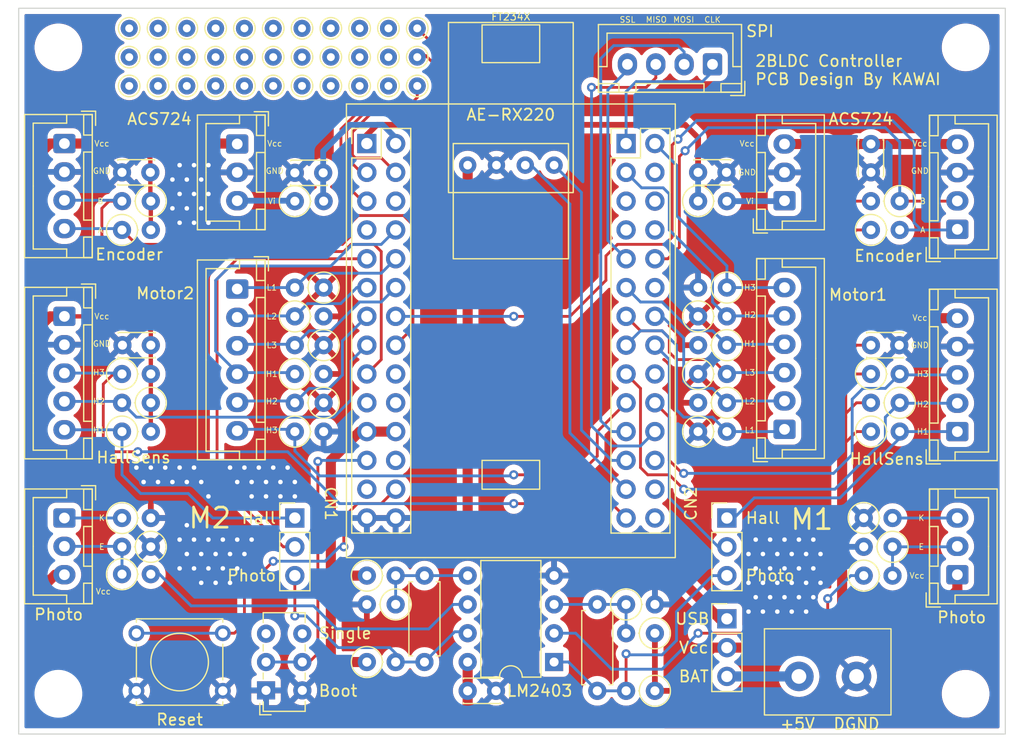
<source format=kicad_pcb>
(kicad_pcb (version 20211014) (generator pcbnew)
  (layers (0 "F.Cu" signal) (31 "B.Cu" signal) (34 "B.Paste" user) (35 "F.Paste" user) (36 "B.SilkS" user "B.Silkscreen") (37 "F.SilkS" user "F.Silkscreen") (38 "B.Mask" user) (39 "F.Mask" user) (44 "Edge.Cuts" user))
  (net 0 "")
  (net 1 "GND")
  (net 2 "+5V")
  (net 3 "MTIOC3A")
  (net 4 "MTIOC4A")
  (net 5 "MTIOC4C")
  (net 6 "MTIOC0C")
  (net 7 "MTIOC0A")
  (net 8 "MTIOC3C")
  (net 9 "Hall1_M2")
  (net 10 "Hall1_M1")
  (net 11 "IRQ0")
  (net 12 "Photo1")
  (net 13 "IRQ7")
  (net 14 "Photo2")
  (net 15 "MTCLKC")
  (net 16 "Net-(AE-RX220-Pad1)")
  (net 17 "Net-(AE-RX220-Pad2)")
  (net 18 "Net-(AE-RX220-Pad16)")
  (net 19 "Net-(AE-RX220-Pad17)")
  (net 20 "Net-(ACS724_M1-Pad1)")
  (net 21 "Net-(ACS724_M2-Pad3)")
  (net 22 "Net-(LM2403-Pad2)")
  (net 23 "Net-(CNZ1023_M1-Pad2)")
  (net 24 "Net-(CNZ1023_M1-Pad3)")
  (net 25 "Net-(CNZ1023_M2-Pad2)")
  (net 26 "Net-(CNZ1023_M2-Pad1)")
  (net 27 "Net-(LM2403-Pad3)")
  (net 28 "Net-(LM2403-Pad5)")
  (net 29 "Net-(AE-RX220-Pad23)")
  (net 30 "Net-(AE-RX220-Pad26)")
  (net 31 "Net-(AE-FT234X1-Pad1)")
  (net 32 "Net-(LM2403-Pad6)")
  (net 33 "TxD")
  (net 34 "RxD")
  (net 35 "Net-(PWR_GND1-Pad1)")
  (net 36 "Net-(AE-RX220-Pad29)")
  (net 37 "Net-(AE-RX220-Pad49)")
  (net 38 "Net-(AE-RX220-Pad50)")
  (net 56 "Low1_M2")
  (net 57 "Low2_M2")
  (net 58 "Low3_M2")
  (net 59 "Low3_M1")
  (net 60 "Low2_M1")
  (net 61 "Low1_M1")
  (net 62 "Net-(AE-RX220-Pad37)")
  (net 63 "Net-(AE-RX220-Pad38)")
  (net 64 "Hall2_M2")
  (net 65 "Hall2_M1")
  (net 66 "Hall3_M1")
  (net 67 "Hall3_M2")
  (net 68 "Net-(AE-RX220-Pad3)")
  (net 69 "Net-(AE-RX220-Pad4)")
  (net 70 "Net-(AE-RX220-Pad5)")
  (footprint "TestPoint:TestPoint_THTPad_D1.5mm_Drill0.7mm" (layer "F.Cu") (at 133.985 52.07)
    (fp_text reference "J17" hide)
    (fp_text value "Conn_01x01")
  )
  (footprint "TestPoint:TestPoint_THTPad_D1.5mm_Drill0.7mm" (layer "F.Cu") (at 121.285 57.15)
    (fp_text reference "J26" hide)
    (fp_text value "Conn_01x01")
  )
  (footprint "Resistor_THT:R_Axial_DIN0207_L6.3mm_D2.5mm_P2.54mm_Vertical" (layer "F.Cu") (at 184.15 87.63)
    (fp_text reference "Rpup_H1M1" hide)
    (fp_text value "1k")
  )
  (footprint "Connector_JST:JST_XH_B5B-XH-A_1x05_P2.50mm_Vertical" (layer "F.Cu") (at 191.77 87.63 90)
    (fp_text reference "Hall_M1" hide)
    (fp_text value "Hall_M1")
  )
  (footprint "Resistor_THT:R_Axial_DIN0207_L6.3mm_D2.5mm_P2.54mm_Vertical" (layer "F.Cu") (at 165.1 110.49 180)
    (fp_text reference "Rp_Hys1" hide)
    (fp_text value "1k")
  )
  (footprint "TestPoint:TestPoint_THTPad_D1.5mm_Drill0.7mm" (layer "F.Cu") (at 136.525 52.07)
    (fp_text reference "J12" hide)
    (fp_text value "Conn_01x01")
  )
  (footprint "TestPoint:TestPoint_THTPad_D1.5mm_Drill0.7mm" (layer "F.Cu") (at 131.445 54.61)
    (fp_text reference "J23" hide)
    (fp_text value "Conn_01x01")
  )
  (footprint "TestPoint:TestPoint_THTPad_D1.5mm_Drill0.7mm" (layer "F.Cu") (at 123.825 54.61)
    (fp_text reference "J33" hide)
    (fp_text value "Conn_01x01")
  )
  (footprint "Button_Switch_THT:SW_Tactile_Straight_KSA0Axx1LFTR" (layer "F.Cu") (at 119.38 105.41)
    (fp_text reference "SW2" hide)
    (fp_text value "SW_Push")
  )
  (footprint "Connector_JST:JST_XH_B4B-XH-A_1x04_P2.50mm_Vertical" (layer "F.Cu") (at 113.03 62.23 -90)
    (fp_text reference "ENC_M2" hide)
    (fp_text value "ENC_M2")
  )
  (footprint "Resistor_THT:R_Axial_DIN0207_L6.3mm_D2.5mm_P7.62mm_Horizontal" (layer "F.Cu") (at 160.02 110.49 90)
    (fp_text reference "R3_Hys1" hide)
    (fp_text value "1k")
  )
  (footprint "Resistor_THT:R_Axial_DIN0207_L6.3mm_D2.5mm_P2.54mm_Vertical" (layer "F.Cu") (at 118.11 95.25)
    (fp_text reference "R_LED2" hide)
    (fp_text value "180")
  )
  (footprint "MountingHole:MountingHole_3.2mm_M3" (layer "F.Cu") (at 112.5 110.75)
    (fp_text reference "H4" hide)
    (fp_text value "MountingHole")
  )
  (footprint "TestPoint:TestPoint_THTPad_D1.5mm_Drill0.7mm" (layer "F.Cu") (at 139.065 52.07)
    (fp_text reference "J9" hide)
    (fp_text value "Conn_01x01")
  )
  (footprint "TestPoint:TestPoint_THTPad_D1.5mm_Drill0.7mm" (layer "F.Cu") (at 141.605 54.61)
    (fp_text reference "J7" hide)
    (fp_text value "Conn_01x01")
  )
  (footprint "TestPoint:TestPoint_THTPad_D1.5mm_Drill0.7mm" (layer "F.Cu") (at 141.605 52.07)
    (fp_text reference "J6" hide)
    (fp_text value "Conn_01x01")
  )
  (footprint "TestPoint:TestPoint_THTPad_D1.5mm_Drill0.7mm" (layer "F.Cu") (at 123.825 52.07)
    (fp_text reference "J2" hide)
    (fp_text value "Conn_01x01")
  )
  (footprint "TestPoint:TestPoint_THTPad_D1.5mm_Drill0.7mm" (layer "F.Cu") (at 144.145 57.15)
    (fp_text reference "J4" hide)
    (fp_text value "Conn_01x01")
  )
  (footprint "My_footprints:TB-111-2" (layer "F.Cu") (at 180.34 109.22)
    (fp_text reference "PWR_GND1" hide)
    (fp_text value "PWR_GND")
  )
  (footprint "MountingHole:MountingHole_3.2mm_M3" (layer "F.Cu") (at 192.5 110.75)
    (fp_text reference "H2" hide)
    (fp_text value "MountingHole")
  )
  (footprint "Resistor_THT:R_Axial_DIN0207_L6.3mm_D2.5mm_P2.54mm_Vertical" (layer "F.Cu") (at 120.65 85.09 180)
    (fp_text reference "Rpup_H2M2" hide)
    (fp_text value "1k")
  )
  (footprint "Package_DIP:DIP-8_W7.62mm" (layer "F.Cu") (at 156.21 107.95 180)
    (fp_text reference "LM2403")
    (fp_text value "LM2903")
  )
  (footprint "Resistor_THT:R_Axial_DIN0207_L6.3mm_D2.5mm_P2.54mm_Vertical" (layer "F.Cu") (at 171.45 80.01 180)
    (fp_text reference "Rpdw_MTIOC3C1" hide)
    (fp_text value "10k")
  )
  (footprint "Resistor_THT:R_Axial_DIN0207_L6.3mm_D2.5mm_P2.54mm_Vertical" (layer "F.Cu") (at 133.35 67.31)
    (fp_text reference "Rf_ACS724_M2" hide)
    (fp_text value "Rfilter")
  )
  (footprint "Resistor_THT:R_Axial_DIN0207_L6.3mm_D2.5mm_P2.54mm_Vertical" (layer "F.Cu") (at 184.15 82.55)
    (fp_text reference "Rpup_H3M1" hide)
    (fp_text value "1k")
  )
  (footprint "Resistor_THT:R_Axial_DIN0207_L6.3mm_D2.5mm_P2.54mm_Vertical" (layer "F.Cu") (at 135.89 80.01 180)
    (fp_text reference "Rpdw_L3M2" hide)
    (fp_text value "10k")
  )
  (footprint "Connector_JST:JST_XH_B5B-XH-A_1x05_P2.50mm_Vertical" (layer "F.Cu") (at 113.03 77.47 -90)
    (fp_text reference "Hall_M2" hide)
    (fp_text value "Hall_M2")
  )
  (footprint "Resistor_THT:R_Axial_DIN0207_L6.3mm_D2.5mm_P2.54mm_Vertical" (layer "F.Cu") (at 118.11 82.55)
    (fp_text reference "Rpup_H3M2" hide)
    (fp_text value "1k")
  )
  (footprint "Resistor_THT:R_Axial_DIN0207_L6.3mm_D2.5mm_P2.54mm_Vertical" (layer "F.Cu") (at 118.11 87.63)
    (fp_text reference "Rpup_H1M2" hide)
    (fp_text value "1k")
  )
  (footprint "TestPoint:TestPoint_THTPad_D1.5mm_Drill0.7mm" (layer "F.Cu") (at 141.605 57.15)
    (fp_text reference "J8" hide)
    (fp_text value "Conn_01x01")
  )
  (footprint "Resistor_THT:R_Axial_DIN0207_L6.3mm_D2.5mm_P2.54mm_Vertical" (layer "F.Cu") (at 186.69 85.09 180)
    (fp_text reference "Rpup_H2M1" hide)
    (fp_text value "1k")
  )
  (footprint "Resistor_THT:R_Axial_DIN0207_L6.3mm_D2.5mm_P2.54mm_Vertical" (layer "F.Cu") (at 135.89 74.93 180)
    (fp_text reference "Rpdw_L1M2" hide)
    (fp_text value "10k")
  )
  (footprint "TestPoint:TestPoint_THTPad_D1.5mm_Drill0.7mm" (layer "F.Cu") (at 144.145 54.61)
    (fp_text reference "J3" hide)
    (fp_text value "Conn_01x01")
  )
  (footprint "Resistor_THT:R_Axial_DIN0207_L6.3mm_D2.5mm_P2.54mm_Vertical" (layer "F.Cu") (at 171.45 74.93 180)
    (fp_text reference "Rpdw_MTIOC0C1" hide)
    (fp_text value "10k")
  )
  (footprint "TestPoint:TestPoint_THTPad_D1.5mm_Drill0.7mm" (layer "F.Cu") (at 131.445 52.07)
    (fp_text reference "J15" hide)
    (fp_text value "Conn_01x01")
  )
  (footprint "TestPoint:TestPoint_THTPad_D1.5mm_Drill0.7mm" (layer "F.Cu") (at 128.905 54.61)
    (fp_text reference "J28" hide)
    (fp_text value "Conn_01x01")
  )
  (footprint "Connector_JST:JST_XH_B3B-XH-A_1x03_P2.50mm_Vertical" (layer "F.Cu") (at 113.03 95.25 -90)
    (fp_text reference "CNZ1023_M2" hide)
    (fp_text value "CNZ1023")
  )
  (footprint "Connector_JST:JST_XH_B3B-XH-A_1x03_P2.50mm_Vertical" (layer "F.Cu") (at 191.77 100.25 90)
    (fp_text reference "CNZ1023_M1" hide)
    (fp_text value "CNZ1023")
  )
  (footprint "Connector_JST:JST_XH_B3B-XH-A_1x03_P2.50mm_Vertical" (layer "F.Cu") (at 128.27 62.27 -90)
    (fp_text reference "ACS724_M2" hide)
    (fp_text value "ACS724_M2")
  )
  (footprint "Resistor_THT:R_Axial_DIN0207_L6.3mm_D2.5mm_P2.54mm_Vertical" (layer "F.Cu") (at 168.91 87.63)
    (fp_text reference "Rpdw_L1M1" hide)
    (fp_text value "10k")
  )
  (footprint "Resistor_THT:R_Axial_DIN0207_L6.3mm_D2.5mm_P2.54mm_Vertical" (layer "F.Cu") (at 184.15 69.85)
    (fp_text reference "Rpup_MTCLKC1" hide)
    (fp_text value "1k")
  )
  (footprint "Resistor_THT:R_Axial_DIN0207_L6.3mm_D2.5mm_P2.54mm_Vertical" (layer "F.Cu") (at 118.11 69.85)
    (fp_text reference "Rpup_MTCLKA1" hide)
    (fp_text value "1k")
  )
  (footprint "Resistor_THT:R_Axial_DIN0207_L6.3mm_D2.5mm_P2.54mm_Vertical" (layer "F.Cu") (at 168.91 67.31)
    (fp_text reference "Rf_ACS724_M1" hide)
    (fp_text value "Rfilter")
  )
  (footprint "Connector_JST:JST_XH_B4B-XH-A_1x04_P2.50mm_Vertical" (layer "F.Cu") (at 170.18 55.245 180)
    (fp_text reference "SPI1" hide)
    (fp_text value "SPI")
  )
  (footprint "Capacitor_THT:C_Disc_D3.0mm_W2.0mm_P2.50mm" (layer "F.Cu") (at 186.65 80.01 180)
    (fp_text reference "Cpass_H1" hide)
    (fp_text value "Cfilter")
  )
  (footprint "MountingHole:MountingHole_3.2mm_M3" (layer "F.Cu") (at 112.5 53.75)
    (fp_text reference "H1" hide)
    (fp_text value "MountingHole")
  )
  (footprint "TestPoint:TestPoint_THTPad_D1.5mm_Drill0.7mm" (layer "F.Cu") (at 118.745 52.07)
    (fp_text reference "J31" hide)
    (fp_text value "Conn_01x01")
  )
  (footprint "TestPoint:TestPoint_THTPad_D1.5mm_Drill0.7mm" (layer "F.Cu") (at 121.285 52.07)
    (fp_text reference "J29" hide)
    (fp_text value "Conn_01x01")
  )
  (footprint "Resistor_THT:R_Axial_DIN0207_L6.3mm_D2.5mm_P2.54mm_Vertical" (layer "F.Cu") (at 168.91 77.47)
    (fp_text reference "Rpdw_MTIOC0A1" hide)
    (fp_text value "10k")
  )
  (footprint "Resistor_THT:R_Axial_DIN0207_L6.3mm_D2.5mm_P2.54mm_Vertical" (layer "F.Cu") (at 135.89 85.09 180)
    (fp_text reference "Rpdw_MTIOC4A1" hide)
    (fp_text value "10k")
  )
  (footprint "Capacitor_THT:C_Disc_D3.0mm_W2.0mm_P2.50mm" (layer "F.Cu") (at 151.09 110.49 180)
    (fp_text reference "Cpass_LM2403" hide)
    (fp_text value "Cpass_LM2403")
  )
  (footprint "Capacitor_THT:C_Disc_D3.0mm_W2.0mm_P2.50mm" (layer "F.Cu") (at 120.61 64.77 180)
    (fp_text reference "Cpass_ENC2" hide)
    (fp_text value "Cfilter")
  )
  (footprint "Connector_JST:JST_XH_B6B-XH-A_1x06_P2.50mm_Vertical" (layer "F.Cu") (at 176.53 87.43 90)
    (fp_text reference "Motor1" hide)
    (fp_text value "Motor1")
  )
  (footprint "TestPoint:TestPoint_THTPad_D1.5mm_Drill0.7mm" (layer "F.Cu") (at 128.905 57.15)
    (fp_text reference "J25" hide)
    (fp_text value "Conn_01x01")
  )
  (footprint "TestPoint:TestPoint_THTPad_D1.5mm_Drill0.7mm" (layer "F.Cu") (at 118.745 54.61)
    (fp_text reference "J20" hide)
    (fp_text value "Conn_01x01")
  )
  (footprint "MountingHole:MountingHole_3.2mm_M3" (layer "F.Cu") (at 192.5 53.75)
    (fp_text reference "H3" hide)
    (fp_text value "MountingHole")
  )
  (footprint "TestPoint:TestPoint_THTPad_D1.5mm_Drill0.7mm" (layer "F.Cu") (at 126.365 52.07)
    (fp_text reference "J13" hide)
    (fp_text value "Conn_01x01")
  )
  (footprint "Connector_PinHeader_2.54mm:PinHeader_1x03_P2.54mm_Vertical" (layer "F.Cu") (at 171.45 104.14)
    (fp_text reference "USB_Vbt_sel1" hide)
    (fp_text value "USB_Vbt_sel")
  )
  (footprint "Resistor_THT:R_Axial_DIN0207_L6.3mm_D2.5mm_P7.62mm_Horizontal" (layer "F.Cu") (at 144.78 107.95 90)
    (fp_text reference "R3_Hys2" hide)
    (fp_text value "1k")
  )
  (footprint "My_footprints:AE-FT234X" (layer "F.Cu") (at 152.4 64.135)
    (fp_text reference "AE-FT234X1" hide)
    (fp_text value "AE-FT234X")
  )
  (footprint "Resistor_THT:R_Axial_DIN0207_L6.3mm_D2.5mm_P2.54mm_Vertical" (layer "F.Cu") (at 183.515 100.33)
    (fp_text reference "R2_Photo1" hide)
    (fp_text value "1k")
  )
  (footprint "TestPoint:TestPoint_THTPad_D1.5mm_Drill0.7mm" (layer "F.Cu") (at 131.445 57.15)
    (fp_text reference "J24" hide)
    (fp_text value "Conn_01x01")
  )
  (footprint "Capacitor_THT:C_Disc_D3.0mm_W2.0mm_P2.50mm" (layer "F.Cu") (at 184.15 64.77 90)
    (fp_text reference "Cpass_ENC1" hide)
    (fp_text value "Cfilter")
  )
  (footprint "TestPoint:TestPoint_THTPad_D1.5mm_Drill0.7mm" (layer "F.Cu") (at 126.365 57.15)
    (fp_text reference "J19" hide)
    (fp_text value "Conn_01x01")
  )
  (footprint "TestPoint:TestPoint_THTPad_D1.5mm_Drill0.7mm" (layer "F.Cu") (at 121.285 54.61)
    (fp_text reference "J22" hide)
    (fp_text value "Conn_01x01")
  )
  (footprint "Connector_PinHeader_2.54mm:PinHeader_1x03_P2.54mm_Vertical" (layer "F.Cu") (at 133.35 95.25)
    (fp_text reference "H1M2_Ph_sel2" hide)
    (fp_text value "H1M2_Ph_sel")
  )
  (footprint "Resistor_THT:R_Axial_DIN0207_L6.3mm_D2.5mm_P2.54mm_Vertical" (layer "F.Cu") (at 183.515 95.25)
    (fp_text reference "R_LED1" hide)
    (fp_text value "180")
  )
  (footprint "TestPoint:TestPoint_THTPad_D1.5mm_Drill0.7mm" (layer "F.Cu") (at 144.145 52.07)
    (fp_text reference "J1" hide)
    (fp_text value "Conn_01x01")
  )
  (footprint "Resistor_THT:R_Axial_DIN0207_L6.3mm_D2.5mm_P2.54mm_Vertical" (layer "F.Cu") (at 142.24 102.87 180)
    (fp_text reference "R2_Hys2" hide)
    (fp_text value "1k")
  )
  (footprint "Capacitor_THT:C_Disc_D3.0mm_W2.0mm_P2.50mm" (layer "F.Cu") (at 120.65 80.01 180)
    (fp_text reference "Cpass_H2" hide)
    (fp_text value "Cfilter")
  )
  (footprint "TestPoint:TestPoint_THTPad_D1.5mm_Drill0.7mm" (layer "F.Cu") (at 136.525 54.61)
    (fp_text reference "J5" hide)
    (fp_text value "Conn_01x01")
  )
  (footprint "Resistor_THT:R_Axial_DIN0207_L6.3mm_D2.5mm_P2.54mm_Vertical" (layer "F.Cu") (at 133.35 77.47)
    (fp_text reference "Rpdw_L2M2" hide)
    (fp_text value "10k")
  )
  (footprint "TestPoint:TestPoint_THTPad_D1.5mm_Drill0.7mm" (layer "F.Cu") (at 133.985 54.61)
    (fp_text reference "J14" hide)
    (fp_text value "Conn_01x01")
  )
  (footprint "Resistor_THT:R_Axial_DIN0207_L6.3mm_D2.5mm_P2.54mm_Vertical" (layer "F.Cu") (at 139.7 107.95)
    (fp_text reference "Rp_Hys2" hide)
    (fp_text value "1k")
  )
  (footprint "Resistor_THT:R_Axial_DIN0207_L6.3mm_D2.5mm_P2.54mm_Vertical" (layer "F.Cu") (at 120.65 67.31 180)
    (fp_text reference "Rpup_MTCLKB1" hide)
    (fp_text value "1k")
  )
  (footprint "Resistor_THT:R_Axial_DIN0207_L6.3mm_D2.5mm_P2.54mm_Vertical" (layer "F.Cu") (at 139.7 100.33)
    (fp_text reference "R1_Hys2" hide)
    (fp_text value "1k")
  )
  (footprint "Resistor_THT:R_Axial_DIN0207_L6.3mm_D2.5mm_P2.54mm_Vertical" (layer "F.Cu") (at 186.69 67.31 180)
    (fp_text reference "Rpup_MTCLKD1" hide)
    (fp_text value "1k")
  )
  (footprint "Button_Switch_THT:SW_E-Switch_EG1271_DPDT" (layer "F.Cu") (at 130.81 110.45 90)
    (fp_text reference "SW1" hide)
    (fp_text value "SW_DPDT_x2")
  )
  (footprint "TestPoint:TestPoint_THTPad_D1.5mm_Drill0.7mm" (layer "F.Cu") (at 136.525 57.15)
    (fp_text reference "J16" hide)
    (fp_text value "Conn_01x01")
  )
  (footprint "Connector_PinHeader_2.54mm:PinHeader_1x03_P2.54mm_Vertical" (layer "F.Cu") (at 171.45 95.25)
    (fp_text reference "H1M1_Ph_sel1" hide)
    (fp_text value "H1M1_Ph_sel")
  )
  (footprint "Resistor_THT:R_Axial_DIN0207_L6.3mm_D2.5mm_P2.54mm_Vertical" (layer "F.Cu") (at 162.56 102.87)
    (fp_text reference "R2_Hys1" hide)
    (fp_text value "1k")
  )
  (footprint "TestPoint:TestPoint_THTPad_D1.5mm_Drill0.7mm" (layer "F.Cu") (at 123.825 57.15)
    (fp_text reference "J32" hide)
    (fp_text value "Conn_01x01")
  )
  (footprint "Connector_JST:JST_XH_B6B-XH-A_1x06_P2.50mm_Vertical" (layer "F.Cu") (at 128.27 75.057 -90)
    (fp_text reference "Motor2" hide)
    (fp_text value "Motor2")
  )
  (footprint "Capacitor_THT:C_Disc_D3.0mm_W2.0mm_P2.50mm" (layer "F.Cu") (at 135.85 64.81 180)
    (fp_text reference "Cf_ACS724_M2" hide)
    (fp_text value "Cfilter")
  )
  (footprint "TestPoint:TestPoint_THTPad_D1.5mm_Drill0.7mm" (layer "F.Cu") (at 139.065 57.15)
    (fp_text reference "J11" hide)
    (fp_text value "Conn_01x01")
  )
  (footprint "Resistor_THT:R_Axial_DIN0207_L6.3mm_D2.5mm_P2.54mm_Vertical" (layer "F.Cu") (at 168.91 82.55)
    (fp_text reference "Rpdw_L3M1" hide)
    (fp_text value "10k")
  )
  (footprint "Capacitor_THT:C_Disc_D3.0mm_W2.0mm_P2.50mm" (layer "F.Cu") (at 168.91 64.77)
    (fp_text reference "Cf_ACS724_M1" hide)
    (fp_text value "Cfilter")
  )
  (footprint "TestPoint:TestPoint_THTPad_D1.5mm_Drill0.7mm" (layer "F.Cu") (at 128.905 52.07)
    (fp_text reference "J27" hide)
    (fp_text value "Conn_01x01")
  )
  (footprint "Resistor_THT:R_Axial_DIN0207_L6.3mm_D2.5mm_P2.54mm_Vertical" (layer "F.Cu") (at 165.1 105.41 180)
    (fp_text reference "R1_Hys1" hide)
    (fp_text value "1k")
  )
  (footprint "TestPoint:TestPoint_THTPad_D1.5mm_Drill0.7mm" (layer "F.Cu") (at 139.065 54.61)
    (fp_text reference "J10" hide)
    (fp_text value "Conn_01x01")
  )
  (footprint "My_footprints:AE-RX220" (layer "F.Cu") (at 139.7 62.23)
    (fp_text reference "AE-RX220")
    (fp_text value "AE-RX220")
  )
  (footprint "Resistor_THT:R_Axial_DIN0207_L6.3mm_D2.5mm_P2.54mm_Vertical" (layer "F.Cu") (at 186.055 97.79 180)
    (fp_text reference "R1_Photo1" hide)
    (fp_text value "1k")
  )
  (footprint "Resistor_THT:R_Axial_DIN0207_L6.3mm_D2.5mm_P2.54mm_Vertical" (layer "F.Cu") (at 171.45 85.09 180)
    (fp_text reference "Rpdw_L2M1" hide)
    (fp_text value "10k")
  )
  (footprint "Resistor_THT:R_Axial_DIN0207_L6.3mm_D2.5mm_P2.54mm_Vertical" (layer "F.Cu") (at 120.65 97.79 180)
    (fp_text reference "R1_Photo2" hide)
    (fp_text value "1k")
  )
  (footprint "Resistor_THT:R_Axial_DIN0207_L6.3mm_D2.5mm_P2.54mm_Vertical" (layer "F.Cu") (at 133.35 87.63)
    (fp_text reference "Rpdw_MTIOC3A1" hide)
    (fp_text value "10k")
  )
  (footprint "TestPoint:TestPoint_THTPad_D1.5mm_Drill0.7mm" (layer "F.Cu") (at 126.365 54.61)
    (fp_text reference "J21" hide)
    (fp_text value "Conn_01x01")
  )
  (footprint "Resistor_THT:R_Axial_DIN0207_L6.3mm_D2.5mm_P2.54mm_Vertical" (layer "F.Cu") (at 118.11 100.203)
    (fp_text reference "R2_Photo2" hide)
    (fp_text value "1k")
  )
  (footprint "TestPoint:TestPoint_THTPad_D1.5mm_Drill0.7mm" (layer "F.Cu") (at 133.985 57.15)
    (fp_text reference "J18" hide)
    (fp_text value "Conn_01x01")
  )
  (footprint "Resistor_THT:R_Axial_DIN0207_L6.3mm_D2.5mm_P2.54mm_Vertical" (layer "F.Cu") (at 133.35 82.55)
    (fp_text reference "Rpdw_MTIOC4C1" hide)
    (fp_text value "10k")
  )
  (footprint "Connector_JST:JST_XH_B4B-XH-A_1x04_P2.50mm_Vertical" (layer "F.Cu") (at 191.77 69.79 90)
    (fp_text reference "ENC_M1" hide)
    (fp_text value "ENC_M1")
  )
  (footprint "Connector_JST:JST_XH_B3B-XH-A_1x03_P2.50mm_Vertical" (layer "F.Cu") (at 176.53 67.27 90)
    (fp_text reference "ACS724_M1" hide)
    (fp_text value "ACS724_M1")
  )
  (footprint "TestPoint:TestPoint_THTPad_D1.5mm_Drill0.7mm" (layer "F.Cu") (at 118.745 57.15)
    (fp_text reference "J30" hide)
    (fp_text value "Conn_01x01")
  )
  (gr_rect (start 109 50.3) (end 196 114.3) (layer "Edge.Cuts") (width 0.1) (fill none))
  (gr_text "+5V" (at 177.673 113.411) (layer "F.SilkS") (effects (font (size 1 1))))
  (gr_text "L1" (at 131.318 74.93) (layer "F.SilkS") (effects (font (size 0.508 0.508) (thickness 0.0762))))
  (gr_text "Vcc" (at 116.459 101.727) (layer "F.SilkS") (effects (font (size 0.508 0.508) (thickness 0.0762))))
  (gr_text "K" (at 188.595 95.25) (layer "F.SilkS") (effects (font (size 0.508 0.508) (thickness 0.0762))))
  (gr_text "DGND" (at 182.88 113.411) (layer "F.SilkS") (effects (font (size 1 1))))
  (gr_text "H2" (at 188.722 85.217) (layer "F.SilkS") (effects (font (size 0.508 0.508) (thickness 0.0762))))
  (gr_text "SSL" (at 162.687 51.308) (layer "F.SilkS") (effects (font (size 0.508 0.508) (thickness 0.0762))))
  (gr_text "GND" (at 116.332 64.643) (layer "F.SilkS") (effects (font (size 0.508 0.508) (thickness 0.0762))))
  (gr_text "MISO" (at 165.227 51.308) (layer "F.SilkS") (effects (font (size 0.508 0.508) (thickness 0.0762))))
  (gr_text "H2" (at 131.318 84.963) (layer "F.SilkS") (effects (font (size 0.508 0.508) (thickness 0.0762))))
  (gr_text "Vi" (at 131.318 67.31) (layer "F.SilkS") (effects (font (size 0.508 0.508) (thickness 0.0762))))
  (gr_text "H3" (at 173.482 74.93) (layer "F.SilkS") (effects (font (size 0.508 0.508) (thickness 0.0762))))
  (gr_text "Motor1" (at 183.007 75.565) (layer "F.SilkS") (effects (font (size 1 1))))
  (gr_text "GND" (at 188.468 80.01) (layer "F.SilkS") (effects (font (size 0.508 0.508) (thickness 0.0762))))
  (gr_text "L3" (at 131.318 80.01) (layer "F.SilkS") (effects (font (size 0.508 0.508) (thickness 0.0762))))
  (gr_text "CLK" (at 170.18 51.308) (layer "F.SilkS") (effects (font (size 0.508 0.508) (thickness 0.0762))))
  (gr_text "M1" (at 178.943 95.377) (layer "F.SilkS") (effects (font (size 1.778 1.778) (thickness 0.2286))))
  (gr_text "GND" (at 116.332 79.883) (layer "F.SilkS") (effects (font (size 0.508 0.508) (thickness 0.0762))))
  (gr_text "Vcc" (at 188.468 77.597) (layer "F.SilkS") (effects (font (size 0.508 0.508) (thickness 0.0762))))
  (gr_text "Photo" (at 192.151 104.013) (layer "F.SilkS") (effects (font (size 1 1))))
  (gr_text "Encoder" (at 118.745 72.009) (layer "F.SilkS") (effects (font (size 1 1))))
  (gr_text "BAT" (at 168.529 109.22) (layer "F.SilkS") (effects (font (size 1 1))))
  (gr_text "H3" (at 188.722 82.55) (layer "F.SilkS") (effects (font (size 0.508 0.508) (thickness 0.0762))))
  (gr_text "SPI" (at 174.371 52.324) (layer "F.SilkS") (effects (font (size 1 1))))
  (gr_text "MOSI" (at 167.64 51.308) (layer "F.SilkS") (effects (font (size 0.508 0.508) (thickness 0.0762))))
  (gr_text "GND" (at 131.572 64.643) (layer "F.SilkS") (effects (font (size 0.508 0.508) (thickness 0.0762))))
  (gr_text "B" (at 188.722 67.31) (layer "F.SilkS") (effects (font (size 0.508 0.508) (thickness 0.0762))))
  (gr_text "H1" (at 188.722 87.63) (layer "F.SilkS") (effects (font (size 0.508 0.508) (thickness 0.0762))))
  (gr_text "A" (at 188.722 69.85) (layer "F.SilkS") (effects (font (size 0.508 0.508) (thickness 0.0762))))
  (gr_text "H1" (at 173.482 79.883) (layer "F.SilkS") (effects (font (size 0.508 0.508) (thickness 0.0762))))
  (gr_text "H2" (at 173.482 77.343) (layer "F.SilkS") (effects (font (size 0.508 0.508) (thickness 0.0762))))
  (gr_text "Hall" (at 174.625 95.25) (layer "F.SilkS") (effects (font (size 1 1))))
  (gr_text "K" (at 116.332 95.25) (layer "F.SilkS") (effects (font (size 0.508 0.508) (thickness 0.0762))))
  (gr_text "Vcc" (at 168.529 106.68) (layer "F.SilkS") (effects (font (size 1 1))))
  (gr_text "Motor2" (at 121.92 75.438) (layer "F.SilkS") (effects (font (size 1 1))))
  (gr_text "FT234X" (at 152.4 51.054) (layer "F.SilkS") (effects (font (size 0.635 0.635) (thickness 0.1016))))
  (gr_text "Vcc" (at 188.214 100.33) (layer "F.SilkS") (effects (font (size 0.508 0.508) (thickness 0.0762))))
  (gr_text "H2" (at 116.078 84.963) (layer "F.SilkS") (effects (font (size 0.508 0.508) (thickness 0.0762))))
  (gr_text "Reset" (at 123.19 113.03) (layer "F.SilkS") (effects (font (size 1 1))))
  (gr_text "Photo" (at 129.54 100.33) (layer "F.SilkS") (effects (font (size 1 1))))
  (gr_text "H3" (at 131.318 87.503) (layer "F.SilkS") (effects (font (size 0.508 0.508) (thickness 0.0762))))
  (gr_text "GND" (at 188.468 64.643) (layer "F.SilkS") (effects (font (size 0.508 0.508) (thickness 0.0762))))
  (gr_text "H1" (at 116.078 87.503) (layer "F.SilkS") (effects (font (size 0.508 0.508) (thickness 0.0762))))
  (gr_text "A" (at 116.205 69.85) (layer "F.SilkS") (effects (font (size 0.508 0.508) (thickness 0.0762))))
  (gr_text "HallSens" (at 119.126 89.916) (layer "F.SilkS") (effects (font (size 1 1))))
  (gr_text "Single" (at 137.795 105.41) (layer "F.SilkS") (effects (font (size 1 1))))
  (gr_text "USB" (at 168.402 104.14) (layer "F.SilkS") (effects (font (size 1 1))))
  (gr_text "Vcc" (at 116.332 77.47) (layer "F.SilkS") (effects (font (size 0.508 0.508) (thickness 0.0762))))
  (gr_text "Vcc" (at 173.228 62.23) (layer "F.SilkS") (effects (font (size 0.508 0.508) (thickness 0.0762))))
  (gr_text "L2" (at 173.482 84.963) (layer "F.SilkS") (effects (font (size 0.508 0.508) (thickness 0.0762))))
  (gr_text "Encoder" (at 185.674 72.136) (layer "F.SilkS") (effects (font (size 1 1))))
  (gr_text "Photo" (at 112.522 103.759) (layer "F.SilkS") (effects (font (size 1 1))))
  (gr_text "E" (at 116.332 97.79) (layer "F.SilkS") (effects (font (size 0.508 0.508) (thickness 0.0762))))
  (gr_text "L1" (at 173.482 87.503) (layer "F.SilkS") (effects (font (size 0.508 0.508) (thickness 0.0762))))
  (gr_text "L2" (at 131.318 77.47) (layer "F.SilkS") (effects (font (size 0.508 0.508) (thickness 0.0762))))
  (gr_text "GND" (at 173.228 64.77) (layer "F.SilkS") (effects (font (size 0.508 0.508) (thickness 0.0762))))
  (gr_text "HallSens" (at 185.547 90.043) (layer "F.SilkS") (effects (font (size 1 1))))
  (gr_text "ACS724" (at 183.261 60.071) (layer "F.SilkS") (effects (font (size 1 1))))
  (gr_text "Vcc" (at 131.572 62.23) (layer "F.SilkS") (effects (font (size 0.508 0.508) (thickness 0.0762))))
  (gr_text "Vi" (at 173.482 67.31) (layer "F.SilkS") (effects (font (size 0.508 0.508) (thickness 0.0762))))
  (gr_text "2BLDC Controller\nPCB Design By KAWAI" (at 173.863 55.753) (layer "F.SilkS") (effects (font (size 1 1)) (justify left)))
  (gr_text "H3" (at 116.078 82.423) (layer "F.SilkS") (effects (font (size 0.508 0.508) (thickness 0.0762))))
  (gr_text "Photo" (at 175.26 100.33) (layer "F.SilkS") (effects (font (size 1 1))))
  (gr_text "B" (at 116.205 67.31) (layer "F.SilkS") (effects (font (size 0.508 0.508) (thickness 0.0762))))
  (gr_text "Boot" (at 137.16 110.49) (layer "F.SilkS") (effects (font (size 1 1))))
  (gr_text "H1" (at 131.318 82.55) (layer "F.SilkS") (effects (font (size 0.508 0.508) (thickness 0.0762))))
  (gr_text "Hall" (at 130.175 95.25) (layer "F.SilkS") (effects (font (size 1 1))))
  (gr_text "M2" (at 125.857 95.25) (layer "F.SilkS") (effects (font (size 1.778 1.778) (thickness 0.2286))))
  (gr_text "ACS724" (at 121.412 60.071) (layer "F.SilkS") (effects (font (size 1 1))))
  (gr_text "E" (at 188.595 97.79) (layer "F.SilkS") (effects (font (size 0.508 0.508) (thickness 0.0762))))
  (gr_text "L3" (at 173.482 82.423) (layer "F.SilkS") (effects (font (size 0.508 0.508) (thickness 0.0762))))
  (gr_text "Vcc" (at 116.332 62.23) (layer "F.SilkS") (effects (font (size 0.508 0.508) (thickness 0.0762))))
  (gr_text "Vcc" (at 188.468 62.23) (layer "F.SilkS") (effects (font (size 0.508 0.508) (thickness 0.0762))))
  (via (at 179.07 97.155) (size 0.8) (drill 0.4) (layers "F.Cu" "B.Cu") (net 1))
  (via (at 178.435 100.965) (size 0.8) (drill 0.4) (layers "F.Cu" "B.Cu") (net 1))
  (via (at 125.73 93.345) (size 0.8) (drill 0.4) (layers "F.Cu" "B.Cu") (net 1))
  (via (at 123.19 90.805) (size 0.8) (drill 0.4) (layers "F.Cu" "B.Cu") (net 1))
  (via (at 121.285 92.075) (size 0.8) (drill 0.4) (layers "F.Cu" "B.Cu") (net 1))
  (via (at 123.19 69.215) (size 0.8) (drill 0.4) (layers "F.Cu" "B.Cu") (net 1))
  (via (at 179.705 98.425) (size 0.8) (drill 0.4) (layers "F.Cu" "B.Cu") (net 1))
  (via (at 123.825 67.945) (size 0.8) (drill 0.4) (layers "F.Cu" "B.Cu") (net 1))
  (via (at 131.445 90.805) (size 0.8) (drill 0.4) (layers "F.Cu" "B.Cu") (net 1))
  (via (at 133.35 92.075) (size 0.8) (drill 0.4) (layers "F.Cu" "B.Cu") (net 1))
  (via (at 125.73 69.215) (size 0.8) (drill 0.4) (layers "F.Cu" "B.Cu") (net 1))
  (via (at 175.895 98.425) (size 0.8) (drill 0.4) (layers "F.Cu" "B.Cu") (net 1))
  (via (at 122.555 92.075) (size 0.8) (drill 0.4) (layers "F.Cu" "B.Cu") (net 1))
  (via (at 128.905 90.805) (size 0.8) (drill 0.4) (layers "F.Cu" "B.Cu") (net 1))
  (via (at 177.165 100.965) (size 0.8) (drill 0.4) (layers "F.Cu" "B.Cu") (net 1))
  (via (at 123.19 99.695) (size 0.8) (drill 0.4) (layers "F.Cu" "B.Cu") (net 1))
  (via (at 173.355 98.425) (size 0.8) (drill 0.4) (layers "F.Cu" "B.Cu") (net 1))
  (via (at 125.73 66.675) (size 0.8) (drill 0.4) (layers "F.Cu" "B.Cu") (net 1))
  (via (at 123.19 97.155) (size 0.8) (drill 0.4) (layers "F.Cu" "B.Cu") (net 1))
  (via (at 127 97.155) (size 0.8) (drill 0.4) (layers "F.Cu" "B.Cu") (net 1))
  (via (at 125.73 64.135) (size 0.8) (drill 0.4) (layers "F.Cu" "B.Cu") (net 1))
  (via (at 127.635 98.425) (size 0.8) (drill 0.4) (layers "F.Cu" "B.Cu") (net 1))
  (via (at 124.46 99.695) (size 0.8) (drill 0.4) (layers "F.Cu" "B.Cu") (net 1))
  (via (at 124.46 66.675) (size 0.8) (drill 0.4) (layers "F.Cu" "B.Cu") (net 1))
  (via (at 123.19 66.675) (size 0.8) (drill 0.4) (layers "F.Cu" "B.Cu") (net 1))
  (via (at 127.635 100.965) (size 0.8) (drill 0.4) (layers "F.Cu" "B.Cu") (net 1))
  (via (at 179.07 99.695) (size 0.8) (drill 0.4) (layers "F.Cu" "B.Cu") (net 1))
  (via (at 128.27 97.155) (size 0.8) (drill 0.4) (layers "F.Cu" "B.Cu") (net 1))
  (via (at 173.355 100.965) (size 0.8) (drill 0.4) (layers "F.Cu" "B.Cu") (net 1))
  (via (at 129.54 92.075) (size 0.8) (drill 0.4) (layers "F.Cu" "B.Cu") (net 1))
  (via (at 132.08 92.075) (size 0.8) (drill 0.4) (layers "F.Cu" "B.Cu") (net 1))
  (via (at 119.38 90.805) (size 0.8) (drill 0.4) (layers "F.Cu" "B.Cu") (net 1))
  (via (at 177.165 98.425) (size 0.8) (drill 0.4) (layers "F.Cu" "B.Cu") (net 1))
  (via (at 175.26 97.155) (size 0.8) (drill 0.4) (layers "F.Cu" "B.Cu") (net 1))
  (via (at 125.73 97.155) (size 0.8) (drill 0.4) (layers "F.Cu" "B.Cu") (net 1))
  (via (at 129.54 97.155) (size 0.8) (drill 0.4) (layers "F.Cu" "B.Cu") (net 1))
  (via (at 130.81 92.075) (size 0.8) (drill 0.4) (layers "F.Cu" "B.Cu") (net 1))
  (via (at 176.53 102.235) (size 0.8) (drill 0.4) (layers "F.Cu" "B.Cu") (net 1))
  (via (at 173.99 102.235) (size 0.8) (drill 0.4) (layers "F.Cu" "B.Cu") (net 1))
  (via (at 174.625 98.425) (size 0.8) (drill 0.4) (layers "F.Cu" "B.Cu") (net 1))
  (via (at 179.705 100.965) (size 0.8) (drill 0.4) (layers "F.Cu" "B.Cu") (net 1))
  (via (at 178.435 103.505) (size 0.8) (drill 0.4) (layers "F.Cu" "B.Cu") (net 1))
  (via (at 128.27 92.075) (size 0.8) (drill 0.4) (layers "F.Cu" "B.Cu") (net 1))
  (via (at 128.905 98.425) (size 0.8) (drill 0.4) (layers "F.Cu" "B.Cu") (net 1))
  (via (at 127 99.695) (size 0.8) (drill 0.4) (layers "F.Cu" "B.Cu") (net 1))
  (via (at 177.165 103.505) (size 0.8) (drill 0.4) (layers "F.Cu" "B.Cu") (net 1))
  (via (at 175.895 103.505) (size 0.8) (drill 0.4) (layers "F.Cu" "B.Cu") (net 1))
  (via (at 127.635 90.805) (size 0.8) (drill 0.4) (layers "F.Cu" "B.Cu") (net 1))
  (via (at 175.895 100.965) (size 0.8) (drill 0.4) (layers "F.Cu" "B.Cu") (net 1))
  (via (at 123.825 98.425) (size 0.8) (drill 0.4) (layers "F.Cu" "B.Cu") (net 1))
  (via (at 123.825 92.075) (size 0.8) (drill 0.4) (layers "F.Cu" "B.Cu") (net 1))
  (via (at 124.46 69.215) (size 0.8) (drill 0.4) (layers "F.Cu" "B.Cu") (net 1))
  (via (at 173.355 103.505) (size 0.8) (drill 0.4) (layers "F.Cu" "B.Cu") (net 1))
  (via (at 124.46 90.805) (size 0.8) (drill 0.4) (layers "F.Cu" "B.Cu") (net 1))
  (via (at 123.19 64.135) (size 0.8) (drill 0.4) (layers "F.Cu" "B.Cu") (net 1))
  (via (at 176.53 97.155) (size 0.8) (drill 0.4) (layers "F.Cu" "B.Cu") (net 1))
  (via (at 175.26 102.235) (size 0.8) (drill 0.4) (layers "F.Cu" "B.Cu") (net 1))
  (via (at 125.095 92.075) (size 0.8) (drill 0.4) (layers "F.Cu" "B.Cu") (net 1))
  (via (at 126.365 100.965) (size 0.8) (drill 0.4) (layers "F.Cu" "B.Cu") (net 1))
  (via (at 179.07 102.235) (size 0.8) (drill 0.4) (layers "F.Cu" "B.Cu") (net 1))
  (via (at 132.715 90.805) (size 0.8) (drill 0.4) (layers "F.Cu" "B.Cu") (net 1))
  (via (at 125.095 65.405) (size 0.8) (drill 0.4) (layers "F.Cu" "B.Cu") (net 1))
  (via (at 130.175 90.805) (size 0.8) (drill 0.4) (layers "F.Cu" "B.Cu") (net 1))
  (via (at 122.555 67.945) (size 0.8) (drill 0.4) (layers "F.Cu" "B.Cu") (net 1))
  (via (at 174.625 103.505) (size 0.8) (drill 0.4) (layers "F.Cu" "B.Cu") (net 1))
  (via (at 125.095 98.425) (size 0.8) (drill 0.4) (layers "F.Cu" "B.Cu") (net 1))
  (via (at 126.365 98.425) (size 0.8) (drill 0.4) (layers "F.Cu" "B.Cu") (net 1))
  (via (at 173.99 99.695) (size 0.8) (drill 0.4) (layers "F.Cu" "B.Cu") (net 1))
  (via (at 122.555 65.405) (size 0.8) (drill 0.4) (layers "F.Cu" "B.Cu") (net 1))
  (via (at 123.825 95.885) (size 0.8) (drill 0.4) (layers "F.Cu" "B.Cu") (net 1))
  (via (at 125.095 67.945) (size 0.8) (drill 0.4) (layers "F.Cu" "B.Cu") (net 1))
  (via (at 129.54 93.345) (size 0.8) (drill 0.4) (layers "F.Cu" "B.Cu") (net 1))
  (via (at 133.35 93.345) (size 0.8) (drill 0.4) (layers "F.Cu" "B.Cu") (net 1))
  (via (at 121.92 90.805) (size 0.8) (drill 0.4) (layers "F.Cu" "B.Cu") (net 1))
  (via (at 174.625 100.965) (size 0.8) (drill 0.4) (layers "F.Cu" "B.Cu") (net 1))
  (via (at 178.435 98.425) (size 0.8) (drill 0.4) (layers "F.Cu" "B.Cu") (net 1))
  (via (at 125.095 100.965) (size 0.8) (drill 0.4) (layers "F.Cu" "B.Cu") (net 1))
  (via (at 130.81 93.345) (size 0.8) (drill 0.4) (layers "F.Cu" "B.Cu") (net 1))
  (via (at 177.8 102.235) (size 0.8) (drill 0.4) (layers "F.Cu" "B.Cu") (net 1))
  (via (at 173.99 97.155) (size 0.8) (drill 0.4) (layers "F.Cu" "B.Cu") (net 1))
  (via (at 120.65 90.805) (size 0.8) (drill 0.4) (layers "F.Cu" "B.Cu") (net 1))
  (via (at 177.8 99.695) (size 0.8) (drill 0.4) (layers "F.Cu" "B.Cu") (net 1))
  (via (at 176.53 99.695) (size 0.8) (drill 0.4) (layers "F.Cu" "B.Cu") (net 1))
  (via (at 123.825 65.405) (size 0.8) (drill 0.4) (layers "F.Cu" "B.Cu") (net 1))
  (via (at 128.27 99.695) (size 0.8) (drill 0.4) (layers "F.Cu" "B.Cu") (net 1))
  (via (at 177.8 97.155) (size 0.8) (drill 0.4) (layers "F.Cu" "B.Cu") (net 1))
  (via (at 124.46 97.155) (size 0.8) (drill 0.4) (layers "F.Cu" "B.Cu") (net 1))
  (via (at 132.08 93.345) (size 0.8) (drill 0.4) (layers "F.Cu" "B.Cu") (net 1))
  (via (at 124.46 64.135) (size 0.8) (drill 0.4) (layers "F.Cu" "B.Cu") (net 1))
  (via (at 120.015 92.075) (size 0.8) (drill 0.4) (layers "F.Cu" "B.Cu") (net 1))
  (via (at 175.26 99.695) (size 0.8) (drill 0.4) (layers "F.Cu" "B.Cu") (net 1))
  (via (at 125.73 99.695) (size 0.8) (drill 0.4) (layers "F.Cu" "B.Cu") (net 1))
  (segment (start 120.65 80.01) (end 120.65 82.55) (width 0.381) (layer "F.Cu") (net 2))
  (segment (start 110.49 96.52) (end 110.49 78.74) (width 0.889) (layer "F.Cu") (net 2))
  (segment (start 181.61 68.961) (end 181.61 68.453) (width 0.889) (layer "F.Cu") (net 2))
  (segment (start 118.11 62.23) (end 128.23 62.23) (width 0.889) (layer "F.Cu") (net 2))
  (segment (start 181.61 86.36) (end 181.61 104.902) (width 0.889) (layer "F.Cu") (net 2))
  (segment (start 184.15 80.01) (end 182.88 80.01) (width 0.25) (layer "F.Cu") (net 2))
  (segment (start 184.15 87.63) (end 182.88 87.63) (width 0.25) (layer "F.Cu") (net 2))
  (segment (start 136.525 109.22) (end 136.525 101.6) (width 0.889) (layer "F.Cu") (net 2))
  (segment (start 180.253 62.27) (end 176.53 62.27) (width 0.889) (layer "F.Cu") (net 2))
  (segment (start 110.49 101.981) (end 112.221 100.25) (width 0.889) (layer "F.Cu") (net 2))
  (segment (start 184.15 82.55) (end 182.753 82.55) (width 0.25) (layer "F.Cu") (net 2))
  (segment (start 110.49 78.74) (end 111.76 77.47) (width 0.889) (layer "F.Cu") (net 2))
  (segment (start 113.03 62.23) (end 118.11 62.23) (width 0.889) (layer "F.Cu") (net 2))
  (segment (start 136.525 101.6) (end 136.525 90.17) (width 0.889) (layer "F.Cu") (net 2))
  (segment (start 182.753 82.55) (end 181.61 83.693) (width 0.25) (layer "F.Cu") (net 2))
  (segment (start 181.61 81.28) (end 181.61 78.994) (width 0.889) (layer "F.Cu") (net 2))
  (segment (start 184.15 85.09) (end 182.88 85.09) (width 0.25) (layer "F.Cu") (net 2))
  (segment (start 120.61 63.54) (end 120.61 64.77) (width 0.381) (layer "F.Cu") (net 2))
  (segment (start 119.3 62.23) (end 118.745 62.23) (width 0.889) (layer "F.Cu") (net 2))
  (segment (start 165.1 110.49) (end 165.1 105.41) (width 0.508) (layer "F.Cu") (net 2))
  (segment (start 181.61 63.627) (end 180.253 62.27) (width 0.889) (layer "F.Cu") (net 2))
  (segment (start 117.475 107.95) (end 115.57 106.045) (width 0.889) (layer "F.Cu") (net 2))
  (segment (start 110.49 104.14) (end 110.49 101.981) (width 0.889) (layer "F.Cu") (net 2))
  (segment (start 181.61 83.693) (end 181.61 81.28) (width 0.889) (layer "F.Cu") (net 2))
  (segment (start 182.88 85.09) (end 181.61 86.36) (width 0.25) (layer "F.Cu") (net 2))
  (segment (start 153.035 113.03) (end 139.7 113.03) (width 0.889) (layer "F.Cu") (net 2))
  (segment (start 120.65 78.74) (end 120.65 80.01) (width 0.381) (layer "F.Cu") (net 2))
  (segment (start 191.75 62.27) (end 191.77 62.29) (width 0.889) (layer "F.Cu") (net 2))
  (segment (start 153.035 113.03) (end 149.86 113.03) (width 0.889) (layer "F.Cu") (net 2))
  (segment (start 184.15 62.27) (end 191.75 62.27) (width 0.889) (layer "F.Cu") (net 2))
  (segment (start 139.7 87.63) (end 142.24 87.63) (width 0.889) (layer "F.Cu") (net 2))
  (segment (start 181.61 104.902) (end 181.61 104.267) (width 0.889) (layer "F.Cu") (net 2))
  (segment (start 182.88 69.85) (end 181.61 71.12) (width 0.25) (layer "F.Cu") (net 2))
  (segment (start 120.65 67.31) (end 120.65 69.85) (width 0.381) (layer "F.Cu") (net 2))
  (segment (start 182.753 67.31) (end 181.61 68.453) (width 0.25) (layer "F.Cu") (net 2))
  (segment (start 180.34 106.68) (end 171.45 106.68) (width 0.889) (layer "F.Cu") (net 2))
  (segment (start 181.61 63.627) (end 182.967 62.27) (width 0.889) (layer "F.Cu") (net 2))
  (segment (start 136.525 109.22) (end 137.795 107.95) (width 0.889) (layer "F.Cu") (net 2))
  (segment (start 153.035 113.03) (end 165.1 113.03) (width 0.889) (layer "F.Cu") (net 2))
  (segment (start 149.86 113.03) (end 148.59 111.76) (width 0.889) (layer "F.Cu") (net 2))
  (segment (start 120.65 82.55) (end 120.65 85.09) (width 0.381) (layer "F.Cu") (net 2))
  (segment (start 184.15 69.85) (end 182.88 69.85) (width 0.25) (layer "F.Cu") (net 2))
  (segment (start 111.76 62.23) (end 113.03 62.23) (width 0.889) (layer "F.Cu") (net 2))
  (segment (start 112.221 100.25) (end 113.03 100.25) (width 0.889) (layer "F.Cu") (net 2))
  (segment (start 170.18 106.68) (end 168.91 107.95) (width 0.889) (layer "F.Cu") (net 2))
  (segment (start 191.77 101.6) (end 191.77 100.25) (width 0.889) (layer "F.Cu") (net 2))
  (segment (start 181.61 71.12) (end 181.61 68.961) (width 0.889) (layer "F.Cu") (net 2))
  (segment (start 182.974 77.63) (end 191.77 77.63) (width 0.889) (layer "F.Cu") (net 2))
  (segment (start 182.88 80.01) (end 181.61 81.28) (width 0.25) (layer "F.Cu") (net 2))
  (segment (start 182.967 62.27) (end 184.15 62.27) (width 0.889) (layer "F.Cu") (net 2))
  (segment (start 171.45 106.68) (end 170.18 106.68) (width 0.889) (layer "F.Cu") (net 2))
  (segment (start 120.61 64.77) (end 120.61 67.27) (width 0.381) (layer "F.Cu") (net 2))
  (segment (start 110.49 63.5) (end 111.76 62.23) (width 0.889) (layer "F.Cu") (net 2))
  (segment (start 167.64 110.49) (end 165.1 110.49) (width 0.508) (layer "F.Cu") (net 2))
  (segment (start 119.38 77.47) (end 120.65 78.74) (width 0.381) (layer "F.Cu") (net 2))
  (segment (start 120.61 67.27) (end 120.65 67.31) (width 0.381) (layer "F.Cu") (net 2))
  (segment (start 139.7 113.03) (end 118.745 113.03) (width 0.889) (layer "F.Cu") (net 2))
  (segment (start 181.61 105.41) (end 180.34 106.68) (width 0.889) (layer "F.Cu") (net 2))
  (segment (start 168.91 109.22) (end 167.64 110.49) (width 0.889) (layer "F.Cu") (net 2))
  (segment (start 181.61 68.453) (end 181.61 63.627) (width 0.889) (layer "F.Cu") (net 2))
  (segment (start 112.395 106.045) (end 110.49 104.14) (width 0.889) (layer "F.Cu") (net 2))
  (segment (start 110.49 101.981) (end 110.49 96.52) (width 0.889) (layer "F.Cu") (net 2))
  (segment (start 136.525 101.6) (end 137.795 100.33) (width 0.889) (layer "F.Cu") (net 2))
  (segment (start 120.65 85.09) (end 120.65 87.63) (width 0.381) (layer "F.Cu") (net 2))
  (segment (start 184.15 67.31) (end 182.753 67.31) (width 0.25) (layer "F.Cu") (net 2))
  (segment (start 148.59 111.76) (end 148.59 107.95) (width 0.889) (layer "F.Cu") (net 2))
  (segment (start 182.88 87.63) (end 181.61 88.9) (width 0.25) (layer "F.Cu") (net 2))
  (segment (start 118.745 62.23) (end 119.38 62.23) (width 0.889) (layer "F.Cu") (net 2))
  (segment (start 118.11 62.23) (end 118.745 62.23) (width 0.889) (layer "F.Cu") (net 2))
  (segment (start 181.61 104.267) (end 183.007 102.87) (width 0.889) (layer "F.Cu") (net 2))
  (segment (start 120.61 63.54) (end 119.3 62.23) (width 0.381) (layer "F.Cu") (net 2))
  (segment (start 111.76 77.47) (end 113.03 77.47) (width 0.889) (layer "F.Cu") (net 2))
  (segment (start 117.475 111.76) (end 117.475 107.95) (width 0.889) (layer "F.Cu") (net 2))
  (segment (start 190.5 102.87) (end 191.77 101.6) (width 0.889) (layer "F.Cu") (net 2))
  (segment (start 181.61 86.36) (end 181.61 83.693) (width 0.889) (layer "F.Cu") (net 2))
  (segment (start 128.23 62.23) (end 128.27 62.27) (width 0.889) (layer "F.Cu") (net 2))
  (segment (start 183.007 102.87) (end 190.5 102.87) (width 0.889) (layer "F.Cu") (net 2))
  (segment (start 137.795 107.95) (end 139.7 107.95) (width 0.889) (layer "F.Cu") (net 2))
  (segment (start 113.03 77.47) (end 119.38 77.47) (width 0.381) (layer "F.Cu") (net 2))
  (segment (start 181.61 78.994) (end 181.61 71.12) (width 0.889) (layer "F.Cu") (net 2))
  (segment (start 181.61 104.902) (end 181.61 105.41) (width 0.889) (layer "F.Cu") (net 2))
  (segment (start 118.745 113.03) (end 117.475 111.76) (width 0.889) (layer "F.Cu") (net 2))
  (segment (start 110.49 78.74) (end 110.49 63.5) (width 0.889) (layer "F.Cu") (net 2))
  (segment (start 139.7 113.03) (end 136.525 109.855) (width 0.889) (layer "F.Cu") (net 2))
  (segment (start 139.065 87.63) (end 139.7 87.63) (width 0.889) (layer "F.Cu") (net 2))
  (segment (start 181.61 78.994) (end 182.974 77.63) (width 0.889) (layer "F.Cu") (net 2))
  (segment (start 168.91 107.95) (end 168.91 109.22) (width 0.889) (layer "F.Cu") (net 2))
  (segment (start 137.795 100.33) (end 139.7 100.33) (width 0.889) (layer "F.Cu") (net 2))
  (segment (start 115.57 106.045) (end 112.395 106.045) (width 0.889) (layer "F.Cu") (net 2))
  (segment (start 165.1 113.03) (end 167.64 110.49) (width 0.889) (layer "F.Cu") (net 2))
  (segment (start 136.525 109.855) (end 136.525 109.22) (width 0.889) (layer "F.Cu") (net 2))
  (segment (start 136.525 90.17) (end 139.065 87.63) (width 0.889) (layer "F.Cu") (net 2))
  (segment (start 158.369 91.44) (end 160.02 89.789) (width 0.25) (layer "F.Cu") (net 3))
  (segment (start 160.02 89.789) (end 160.02 87.63) (width 0.25) (layer "F.Cu") (net 3))
  (segment (start 160.02 87.63) (end 162.56 85.09) (width 0.25) (layer "F.Cu") (net 3))
  (segment (start 152.654 91.44) (end 158.369 91.44) (width 0.25) (layer "F.Cu") (net 3))
  (via (at 152.654 91.44) (size 0.8) (drill 0.4) (layers "F.Cu" "B.Cu") (net 3))
  (segment (start 152.559 91.535) (end 135.5405 91.535) (width 0.25) (layer "B.Cu") (net 3))
  (segment (start 152.654 91.44) (end 152.559 91.535) (width 0.25) (layer "B.Cu") (net 3))
  (segment (start 133.35 89.3445) (end 133.35 87.63) (width 0.25) (layer "B.Cu") (net 3))
  (segment (start 128.27 87.43) (end 133.15 87.43) (width 0.25) (layer "B.Cu") (net 3))
  (segment (start 135.5405 91.535) (end 133.35 89.3445) (width 0.25) (layer "B.Cu") (net 3))
  (segment (start 133.15 87.43) (end 133.35 87.63) (width 0.25) (layer "B.Cu") (net 3))
  (segment (start 134.62 83.82) (end 133.35 85.09) (width 0.25) (layer "B.Cu") (net 4))
  (segment (start 133.19 84.93) (end 133.35 85.09) (width 0.25) (layer "B.Cu") (net 4))
  (segment (start 137.541 82.646995) (end 136.367995 83.82) (width 0.25) (layer "B.Cu") (net 4))
  (segment (start 139.7 77.47) (end 137.541 79.629) (width 0.25) (layer "B.Cu") (net 4))
  (segment (start 137.541 79.629) (end 137.541 82.646995) (width 0.25) (layer "B.Cu") (net 4))
  (segment (start 136.367995 83.82) (end 134.62 83.82) (width 0.25) (layer "B.Cu") (net 4))
  (segment (start 128.27 84.93) (end 133.19 84.93) (width 0.25) (layer "B.Cu") (net 4))
  (segment (start 128.27 82.43) (end 133.23 82.43) (width 0.25) (layer "B.Cu") (net 5))
  (segment (start 142.24 69.85) (end 140.965722 71.124278) (width 0.25) (layer "B.Cu") (net 5))
  (segment (start 126.365 74.295) (end 126.365 80.525) (width 0.25) (layer "B.Cu") (net 5))
  (segment (start 136.525 73.025) (end 127.635 73.025) (width 0.25) (layer "B.Cu") (net 5))
  (segment (start 126.365 80.525) (end 128.27 82.43) (width 0.25) (layer "B.Cu") (net 5))
  (segment (start 127.635 73.025) (end 126.365 74.295) (width 0.25) (layer "B.Cu") (net 5))
  (segment (start 133.23 82.43) (end 133.35 82.55) (width 0.25) (layer "B.Cu") (net 5))
  (segment (start 138.425722 71.124278) (end 136.525 73.025) (width 0.25) (layer "B.Cu") (net 5))
  (segment (start 140.965722 71.124278) (end 138.425722 71.124278) (width 0.25) (layer "B.Cu") (net 5))
  (segment (start 167.005 68.58) (end 171.45 73.025) (width 0.25) (layer "B.Cu") (net 6))
  (segment (start 171.45 73.025) (end 171.45 74.93) (width 0.25) (layer "B.Cu") (net 6))
  (segment (start 176.53 74.93) (end 171.45 74.93) (width 0.25) (layer "B.Cu") (net 6))
  (segment (start 165.1 62.23) (end 167.005 64.135) (width 0.25) (layer "B.Cu") (net 6))
  (segment (start 167.005 64.135) (end 167.005 68.58) (width 0.25) (layer "B.Cu") (net 6))
  (segment (start 171.49 77.43) (end 171.45 77.47) (width 0.25) (layer "B.Cu") (net 7))
  (segment (start 163.925 66.135) (end 165.83 66.135) (width 0.25) (layer "B.Cu") (net 7))
  (segment (start 165.83 66.135) (end 166.37 66.675) (width 0.25) (layer "B.Cu") (net 7))
  (segment (start 176.53 77.43) (end 171.49 77.43) (width 0.25) (layer "B.Cu") (net 7))
  (segment (start 166.37 66.675) (end 166.37 69.85) (width 0.25) (layer "B.Cu") (net 7))
  (segment (start 166.37 69.85) (end 170.18 73.66) (width 0.25) (layer "B.Cu") (net 7))
  (segment (start 162.56 64.77) (end 163.925 66.135) (width 0.25) (layer "B.Cu") (net 7))
  (segment (start 170.18 76.2) (end 171.45 77.47) (width 0.25) (layer "B.Cu") (net 7))
  (segment (start 170.18 73.66) (end 170.18 76.2) (width 0.25) (layer "B.Cu") (net 7))
  (segment (start 176.53 79.93) (end 171.53 79.93) (width 0.25) (layer "B.Cu") (net 8))
  (segment (start 163.834278 76.204278) (end 165.739278 76.204278) (width 0.25) (layer "B.Cu") (net 8))
  (segment (start 168.275 78.74) (end 170.18 78.74) (width 0.25) (layer "B.Cu") (net 8))
  (segment (start 171.53 79.93) (end 171.45 80.01) (width 0.25) (layer "B.Cu") (net 8))
  (segment (start 165.739278 76.204278) (end 168.275 78.74) (width 0.25) (layer "B.Cu") (net 8))
  (segment (start 170.18 78.74) (end 171.45 80.01) (width 0.25) (layer "B.Cu") (net 8))
  (segment (start 162.56 74.93) (end 163.834278 76.204278) (width 0.25) (layer "B.Cu") (net 8))
  (segment (start 113.03 87.47) (end 117.95 87.47) (width 0.25) (layer "B.Cu") (net 9))
  (segment (start 118.11 91.44) (end 119.761 93.091) (width 0.25) (layer "B.Cu") (net 9))
  (segment (start 119.761 93.091) (end 123.952 93.091) (width 0.25) (layer "B.Cu") (net 9))
  (segment (start 117.95 87.47) (end 118.11 87.63) (width 0.25) (layer "B.Cu") (net 9))
  (segment (start 118.11 87.63) (end 118.11 91.44) (width 0.25) (layer "B.Cu") (net 9))
  (segment (start 126.111 95.25) (end 133.35 95.25) (width 0.25) (layer "B.Cu") (net 9))
  (segment (start 123.952 93.091) (end 126.111 95.25) (width 0.25) (layer "B.Cu") (net 9))
  (segment (start 191.77 87.63) (end 186.69 87.63) (width 0.25) (layer "B.Cu") (net 10))
  (segment (start 181.420198 93.472) (end 186.69 88.202198) (width 0.25) (layer "B.Cu") (net 10))
  (segment (start 172.212 95.123) (end 173.863 93.472) (width 0.25) (layer "B.Cu") (net 10))
  (segment (start 171.45 95.25) (end 171.577 95.123) (width 0.25) (layer "B.Cu") (net 10))
  (segment (start 171.577 95.123) (end 172.212 95.123) (width 0.25) (layer "B.Cu") (net 10))
  (segment (start 186.69 88.202198) (end 186.69 87.63) (width 0.25) (layer "B.Cu") (net 10))
  (segment (start 173.863 93.472) (end 181.420198 93.472) (width 0.25) (layer "B.Cu") (net 10))
  (segment (start 166.37 93.472) (end 166.37 81.28) (width 0.25) (layer "B.Cu") (net 11))
  (segment (start 166.37 81.28) (end 165.1 80.01) (width 0.25) (layer "B.Cu") (net 11))
  (segment (start 170.688 97.79) (end 166.37 93.472) (width 0.25) (layer "B.Cu") (net 11))
  (segment (start 171.45 97.79) (end 170.688 97.79) (width 0.25) (layer "B.Cu") (net 11))
  (segment (start 162.56 110.49) (end 162.56 107.2255) (width 0.25) (layer "F.Cu") (net 12))
  (via (at 162.56 107.2255) (size 0.8) (drill 0.4) (layers "F.Cu" "B.Cu") (net 12))
  (segment (start 167.005 106.045) (end 167.005 103.505) (width 0.25) (layer "B.Cu") (net 12))
  (segment (start 165.735 107.315) (end 167.005 106.045) (width 0.25) (layer "B.Cu") (net 12))
  (segment (start 162.56 107.2255) (end 162.6495 107.315) (width 0.25) (layer "B.Cu") (net 12))
  (segment (start 162.6495 107.315) (end 165.735 107.315) (width 0.25) (layer "B.Cu") (net 12))
  (segment (start 157.48 107.95) (end 160.02 110.49) (width 0.25) (layer "B.Cu") (net 12))
  (segment (start 156.21 107.95) (end 157.48 107.95) (width 0.25) (layer "B.Cu") (net 12))
  (segment (start 160.02 110.49) (end 162.56 110.49) (width 0.25) (layer "B.Cu") (net 12))
  (segment (start 167.005 103.505) (end 170.18 100.33) (width 0.25) (layer "B.Cu") (net 12))
  (segment (start 170.18 100.33) (end 171.45 100.33) (width 0.25) (layer "B.Cu") (net 12))
  (segment (start 132.334 97.79) (end 133.35 97.79) (width 0.25) (layer "F.Cu") (net 13))
  (segment (start 126.492 91.948) (end 132.334 97.79) (width 0.25) (layer "F.Cu") (net 13))
  (segment (start 128.27 72.39) (end 126.492 74.168) (width 0.25) (layer "F.Cu") (net 13))
  (segment (start 139.7 72.39) (end 128.27 72.39) (width 0.25) (layer "F.Cu") (net 13))
  (segment (start 126.492 74.168) (end 126.492 91.948) (width 0.25) (layer "F.Cu") (net 13))
  (segment (start 133.35 103.886) (end 133.35 100.33) (width 0.25) (layer "F.Cu") (net 14))
  (via (at 133.35 103.886) (size 0.8) (drill 0.4) (layers "F.Cu" "B.Cu") (net 14))
  (segment (start 134.366 103.886) (end 137.16 106.68) (width 0.25) (layer "B.Cu") (net 14))
  (segment (start 147.447 105.283) (end 148.463 105.283) (width 0.25) (layer "B.Cu") (net 14))
  (segment (start 142.24 107.188) (end 142.24 107.95) (width 0.25) (layer "B.Cu") (net 14))
  (segment (start 144.78 107.95) (end 147.447 105.283) (width 0.25) (layer "B.Cu") (net 14))
  (segment (start 133.35 103.886) (end 134.366 103.886) (width 0.25) (layer "B.Cu") (net 14))
  (segment (start 148.463 105.283) (end 148.59 105.41) (width 0.25) (layer "B.Cu") (net 14))
  (segment (start 141.732 106.68) (end 142.24 107.188) (width 0.25) (layer "B.Cu") (net 14))
  (segment (start 144.78 107.95) (end 142.24 107.95) (width 0.25) (layer "B.Cu") (net 14))
  (segment (start 137.16 106.68) (end 141.732 106.68) (width 0.25) (layer "B.Cu") (net 14))
  (segment (start 161.798 71.12) (end 165.989 71.12) (width 0.25) (layer "F.Cu") (net 15))
  (segment (start 160.782 72.136) (end 161.798 71.12) (width 0.25) (layer "F.Cu") (net 15))
  (segment (start 166.624 62.357) (end 167.132 61.849) (width 0.25) (layer "F.Cu") (net 15))
  (segment (start 157.607 77.47) (end 160.782 74.295) (width 0.25) (layer "F.Cu") (net 15))
  (segment (start 160.782 74.295) (end 160.782 72.136) (width 0.25) (layer "F.Cu") (net 15))
  (segment (start 165.989 71.12) (end 166.624 70.485) (width 0.25) (layer "F.Cu") (net 15))
  (segment (start 166.624 70.485) (end 166.624 62.357) (width 0.25) (layer "F.Cu") (net 15))
  (segment (start 152.654 77.47) (end 157.607 77.47) (width 0.25) (layer "F.Cu") (net 15))
  (via (at 152.654 77.47) (size 0.8) (drill 0.4) (layers "F.Cu" "B.Cu") (net 15))
  (via (at 167.132 61.849) (size 0.8) (drill 0.4) (layers "F.Cu" "B.Cu") (net 15))
  (segment (start 187.96 69.215) (end 188.595 69.85) (width 0.25) (layer "B.Cu") (net 15))
  (segment (start 188.595 69.85) (end 191.71 69.85) (width 0.25) (layer "B.Cu") (net 15))
  (segment (start 191.71 69.85) (end 191.77 69.79) (width 0.25) (layer "B.Cu") (net 15))
  (segment (start 186.055 60.198) (end 187.96 62.103) (width 0.25) (layer "B.Cu") (net 15))
  (segment (start 142.24 77.47) (end 152.654 77.47) (width 0.25) (layer "B.Cu") (net 15))
  (segment (start 167.132 61.849) (end 168.783 60.198) (width 0.25) (layer "B.Cu") (net 15))
  (segment (start 186.69 69.85) (end 188.595 69.85) (width 0.25) (layer "B.Cu") (net 15))
  (segment (start 187.96 62.103) (end 187.96 69.215) (width 0.25) (layer "B.Cu") (net 15))
  (segment (start 168.783 60.198) (end 186.055 60.198) (width 0.25) (layer "B.Cu") (net 15))
  (segment (start 168.91 61.722) (end 168.91 64.77) (width 0.508) (layer "F.Cu") (net 16))
  (segment (start 140.589 60.579) (end 167.767 60.579) (width 0.508) (layer "F.Cu") (net 16))
  (segment (start 139.7 61.468) (end 140.589 60.579) (width 0.508) (layer "F.Cu") (net 16))
  (segment (start 139.7 62.23) (end 139.7 61.468) (width 0.508) (layer "F.Cu") (net 16))
  (segment (start 167.767 60.579) (end 168.91 61.722) (width 0.508) (layer "F.Cu") (net 16))
  (segment (start 168.91 64.77) (end 168.91 67.31) (width 0.508) (layer "B.Cu") (net 16))
  (segment (start 141.097 60.579) (end 142.24 61.722) (width 0.508) (layer "B.Cu") (net 17))
  (segment (start 135.85 62.905) (end 138.176 60.579) (width 0.508) (layer "B.Cu") (net 17))
  (segment (start 135.85 64.81) (end 135.85 67.27) (width 0.508) (layer "B.Cu") (net 17))
  (segment (start 142.24 61.722) (end 142.24 62.23) (width 0.508) (layer "B.Cu") (net 17))
  (segment (start 135.85 67.27) (end 135.89 67.31) (width 0.508) (layer "B.Cu") (net 17))
  (segment (start 138.176 60.579) (end 141.097 60.579) (width 0.508) (layer "B.Cu") (net 17))
  (segment (start 135.85 64.81) (end 135.85 62.905) (width 0.508) (layer "B.Cu") (net 17))
  (segment (start 138.176 70.485) (end 138.176 69.342) (width 0.25) (layer "F.Cu") (net 18))
  (segment (start 138.938 68.58) (end 142.9385 68.58) (width 0.25) (layer "F.Cu") (net 18))
  (segment (start 143.764 78.486) (end 142.24 80.01) (width 0.25) (layer "F.Cu") (net 18))
  (segment (start 119.38 71.12) (end 137.541 71.12) (width 0.25) (layer "F.Cu") (net 18))
  (segment (start 118.11 69.85) (end 119.38 71.12) (width 0.25) (layer "F.Cu") (net 18))
  (segment (start 142.9385 68.58) (end 143.764 69.4055) (width 0.25) (layer "F.Cu") (net 18))
  (segment (start 143.764 69.4055) (end 143.764 78.486) (width 0.25) (layer "F.Cu") (net 18))
  (segment (start 137.541 71.12) (end 138.176 70.485) (width 0.25) (layer "F.Cu") (net 18))
  (segment (start 138.176 69.342) (end 138.938 68.58) (width 0.25) (layer "F.Cu") (net 18))
  (segment (start 113.03 69.73) (end 117.99 69.73) (width 0.25) (layer "B.Cu") (net 18))
  (segment (start 117.99 69.73) (end 118.11 69.85) (width 0.25) (layer "B.Cu") (net 18))
  (segment (start 116.332 67.945) (end 116.332 70.358) (width 0.25) (layer "F.Cu") (net 19))
  (segment (start 140.97 71.755) (end 140.97 81.28) (width 0.25) (layer "F.Cu") (net 19))
  (segment (start 140.97 81.28) (end 139.7 82.55) (width 0.25) (layer "F.Cu") (net 19))
  (segment (start 138.303 71.12) (end 140.335 71.12) (width 0.25) (layer "F.Cu") (net 19))
  (segment (start 140.335 71.12) (end 140.97 71.755) (width 0.25) (layer "F.Cu") (net 19))
  (segment (start 137.668 71.755) (end 138.303 71.12) (width 0.25) (layer "F.Cu") (net 19))
  (segment (start 116.332 70.358) (end 117.729 71.755) (width 0.25) (layer "F.Cu") (net 19))
  (segment (start 118.11 67.31) (end 116.967 67.31) (width 0.25) (layer "F.Cu") (net 19))
  (segment (start 117.729 71.755) (end 137.668 71.755) (width 0.25) (layer "F.Cu") (net 19))
  (segment (start 116.967 67.31) (end 116.332 67.945) (width 0.25) (layer "F.Cu") (net 19))
  (segment (start 113.03 67.23) (end 118.03 67.23) (width 0.25) (layer "B.Cu") (net 19))
  (segment (start 118.03 67.23) (end 118.11 67.31) (width 0.25) (layer "B.Cu") (net 19))
  (segment (start 176.49 67.31) (end 176.53 67.27) (width 0.25) (layer "B.Cu") (net 20))
  (segment (start 171.45 67.31) (end 176.49 67.31) (width 0.508) (layer "B.Cu") (net 20))
  (segment (start 128.27 67.27) (end 133.31 67.27) (width 0.508) (layer "B.Cu") (net 21))
  (segment (start 133.31 67.27) (end 133.35 67.31) (width 0.25) (layer "B.Cu") (net 21))
  (segment (start 179.324 105.41) (end 168.91 105.41) (width 0.25) (layer "F.Cu") (net 22))
  (segment (start 180.34 104.394) (end 179.324 105.41) (width 0.25) (layer "F.Cu") (net 22))
  (segment (start 180.34 102.362) (end 180.34 104.394) (width 0.25) (layer "F.Cu") (net 22))
  (via (at 180.34 102.362) (size 0.8) (drill 0.4) (layers "F.Cu" "B.Cu") (net 22))
  (via (at 168.91 105.41) (size 0.8) (drill 0.4) (layers "F.Cu" "B.Cu") (net 22))
  (segment (start 180.34 102.362) (end 182.372 100.33) (width 0.25) (layer "B.Cu") (net 22))
  (segment (start 161.29 108.585) (end 158.115 105.41) (width 0.25) (layer "B.Cu") (net 22))
  (segment (start 158.115 105.41) (end 156.21 105.41) (width 0.25) (layer "B.Cu") (net 22))
  (segment (start 168.91 105.41) (end 165.735 108.585) (width 0.25) (layer "B.Cu") (net 22))
  (segment (start 165.735 108.585) (end 161.29 108.585) (width 0.25) (layer "B.Cu") (net 22))
  (segment (start 182.372 100.33) (end 183.515 100.33) (width 0.25) (layer "B.Cu") (net 22))
  (segment (start 186.055 100.33) (end 186.055 97.79) (width 0.25) (layer "B.Cu") (net 23))
  (segment (start 191.73 97.79) (end 191.77 97.75) (width 0.25) (layer "B.Cu") (net 23))
  (segment (start 186.055 97.79) (end 191.73 97.79) (width 0.25) (layer "B.Cu") (net 23))
  (segment (start 186.055 95.25) (end 191.77 95.25) (width 0.25) (layer "B.Cu") (net 24))
  (segment (start 118.07 97.75) (end 118.11 97.79) (width 0.25) (layer "B.Cu") (net 25))
  (segment (start 118.11 100.203) (end 118.11 97.79) (width 0.25) (layer "B.Cu") (net 25))
  (segment (start 113.03 97.75) (end 118.07 97.75) (width 0.25) (layer "B.Cu") (net 25))
  (segment (start 113.03 95.25) (end 118.11 95.25) (width 0.25) (layer "B.Cu") (net 26))
  (segment (start 162.56 102.87) (end 162.56 105.41) (width 0.25) (layer "B.Cu") (net 27))
  (segment (start 160.02 102.87) (end 162.56 102.87) (width 0.25) (layer "B.Cu") (net 27))
  (segment (start 156.21 102.87) (end 160.02 102.87) (width 0.25) (layer "B.Cu") (net 27))
  (segment (start 148.59 100.33) (end 144.78 100.33) (width 0.25) (layer "B.Cu") (net 28))
  (segment (start 142.24 100.33) (end 142.24 102.87) (width 0.25) (layer "B.Cu") (net 28))
  (segment (start 144.78 100.33) (end 142.24 100.33) (width 0.25) (layer "B.Cu") (net 28))
  (segment (start 135.382 107.188) (end 135.382 90.2595) (width 0.25) (layer "F.Cu") (net 29))
  (segment (start 134.01 107.95) (end 134.62 107.95) (width 0.25) (layer "F.Cu") (net 29))
  (segment (start 134.62 107.95) (end 135.382 107.188) (width 0.25) (layer "F.Cu") (net 29))
  (via (at 135.382 90.2595) (size 0.8) (drill 0.4) (layers "F.Cu" "B.Cu") (net 29))
  (segment (start 135.382 90.2595) (end 135.4715 90.17) (width 0.25) (layer "B.Cu") (net 29))
  (segment (start 134.01 107.95) (end 130.81 107.95) (width 0.25) (layer "B.Cu") (net 29))
  (segment (start 135.4715 90.17) (end 139.7 90.17) (width 0.25) (layer "B.Cu") (net 29))
  (segment (start 128.905 101.6) (end 131.445 99.06) (width 0.25) (layer "F.Cu") (net 30))
  (segment (start 137.668 97.79) (end 137.668 95.1865) (width 0.25) (layer "F.Cu") (net 30))
  (segment (start 138.8745 93.98) (end 140.97 93.98) (width 0.25) (layer "F.Cu") (net 30))
  (segment (start 128.905 104.521) (end 128.905 101.6) (width 0.25) (layer "F.Cu") (net 30))
  (segment (start 140.97 93.98) (end 142.24 92.71) (width 0.25) (layer "F.Cu") (net 30))
  (segment (start 128.016 105.41) (end 128.905 104.521) (width 0.25) (layer "F.Cu") (net 30))
  (segment (start 137.668 95.1865) (end 138.8745 93.98) (width 0.25) (layer "F.Cu") (net 30))
  (segment (start 127 105.41) (end 128.016 105.41) (width 0.25) (layer "F.Cu") (net 30))
  (via (at 131.445 99.06) (size 0.8) (drill 0.4) (layers "F.Cu" "B.Cu") (net 30))
  (via (at 137.668 97.79) (size 0.8) (drill 0.4) (layers "F.Cu" "B.Cu") (net 30))
  (segment (start 137.668 97.79) (end 137.287 97.79) (width 0.25) (layer "B.Cu") (net 30))
  (segment (start 137.287 97.79) (end 136.017 99.06) (width 0.25) (layer "B.Cu") (net 30))
  (segment (start 119.38 105.41) (end 127 105.41) (width 0.25) (layer "B.Cu") (net 30))
  (segment (start 136.017 99.06) (end 131.445 99.06) (width 0.25) (layer "B.Cu") (net 30))
  (segment (start 166.37 99.695) (end 160.655 99.695) (width 0.889) (layer "F.Cu") (net 31))
  (segment (start 148.59 95.631) (end 148.59 64.135) (width 0.889) (layer "F.Cu") (net 31))
  (segment (start 158.115 97.155) (end 150.114 97.155) (width 0.889) (layer "F.Cu") (net 31))
  (segment (start 170.815 104.14) (end 166.37 99.695) (width 0.889) (layer "F.Cu") (net 31))
  (segment (start 160.655 99.695) (end 158.115 97.155) (width 0.889) (layer "F.Cu") (net 31))
  (segment (start 150.114 97.155) (end 148.59 95.631) (width 0.889) (layer "F.Cu") (net 31))
  (segment (start 171.45 104.14) (end 170.815 104.14) (width 0.889) (layer "F.Cu") (net 31))
  (segment (start 137.033 105.029) (end 145.161 105.029) (width 0.25) (layer "B.Cu") (net 32))
  (segment (start 121.412 100.203) (end 124.206 102.997) (width 0.25) (layer "B.Cu") (net 32))
  (segment (start 124.206 102.997) (end 135.001 102.997) (width 0.25) (layer "B.Cu") (net 32))
  (segment (start 120.65 100.203) (end 121.412 100.203) (width 0.25) (layer "B.Cu") (net 32))
  (segment (start 135.001 102.997) (end 137.033 105.029) (width 0.25) (layer "B.Cu") (net 32))
  (segment (start 145.161 105.029) (end 147.32 102.87) (width 0.25) (layer "B.Cu") (net 32))
  (segment (start 147.32 102.87) (end 148.59 102.87) (width 0.25) (layer "B.Cu") (net 32))
  (segment (start 162.56 92.71) (end 157.607 87.757) (width 0.25) (layer "B.Cu") (net 33))
  (segment (start 157.607 87.757) (end 157.607 67.564) (width 0.25) (layer "B.Cu") (net 33))
  (segment (start 154.178 64.135) (end 153.67 64.135) (width 0.25) (layer "B.Cu") (net 33))
  (segment (start 157.607 67.564) (end 154.178 64.135) (width 0.25) (layer "B.Cu") (net 33))
  (segment (start 162.56 90.17) (end 161.29 90.17) (width 0.25) (layer "B.Cu") (net 34))
  (segment (start 158.623 87.503) (end 158.623 66.548) (width 0.25) (layer "B.Cu") (net 34))
  (segment (start 161.29 90.17) (end 158.623 87.503) (width 0.25) (layer "B.Cu") (net 34))
  (segment (start 158.623 66.548) (end 156.21 64.135) (width 0.25) (layer "B.Cu") (net 34))
  (segment (start 177.8 109.22) (end 171.45 109.22) (width 0.889) (layer "B.Cu") (net 35))
  (segment (start 162.56 57.658) (end 163.449 56.769) (width 0.25) (layer "B.Cu") (net 36))
  (segment (start 162.56 62.23) (end 162.56 57.658) (width 0.25) (layer "B.Cu") (net 36))
  (segment (start 163.449 56.769) (end 169.291 56.769) (width 0.25) (layer "B.Cu") (net 36))
  (segment (start 169.291 56.769) (end 170.18 55.88) (width 0.25) (layer "B.Cu") (net 36))
  (segment (start 170.18 55.88) (end 170.18 54.61) (width 0.25) (layer "B.Cu") (net 36))
  (segment (start 160.326244 86.666244) (end 161.29 87.63) (width 0.25) (layer "B.Cu") (net 37))
  (segment (start 167.127558 53.594) (end 161.467053 53.594) (width 0.25) (layer "B.Cu") (net 37))
  (segment (start 161.29 87.63) (end 162.56 87.63) (width 0.25) (layer "B.Cu") (net 37))
  (segment (start 167.68 54.146442) (end 167.127558 53.594) (width 0.25) (layer "B.Cu") (net 37))
  (segment (start 167.68 54.61) (end 167.68 54.146442) (width 0.25) (layer "B.Cu") (net 37))
  (segment (start 161.467053 53.594) (end 160.326244 54.734809) (width 0.25) (layer "B.Cu") (net 37))
  (segment (start 160.326244 54.734809) (end 160.326244 86.666244) (width 0.25) (layer "B.Cu") (net 37))
  (segment (start 165.18 56.435) (end 165.18 54.61) (width 0.25) (layer "F.Cu") (net 38))
  (segment (start 164.338 57.277) (end 165.18 56.435) (width 0.25) (layer "F.Cu") (net 38))
  (segment (start 159.512 57.277) (end 164.338 57.277) (width 0.25) (layer "F.Cu") (net 38))
  (via (at 159.512 57.277) (size 0.8) (drill 0.4) (layers "F.Cu" "B.Cu") (net 38))
  (segment (start 159.512 57.277) (end 159.512 87.122) (width 0.25) (layer "B.Cu") (net 38))
  (segment (start 161.29 88.9) (end 163.83 88.9) (width 0.25) (layer "B.Cu") (net 38))
  (segment (start 159.512 87.122) (end 161.29 88.9) (width 0.25) (layer "B.Cu") (net 38))
  (segment (start 163.83 88.9) (end 165.1 87.63) (width 0.25) (layer "B.Cu") (net 38))
  (segment (start 134.615722 73.664278) (end 133.35 74.93) (width 0.25) (layer "B.Cu") (net 56))
  (segment (start 142.24 72.39) (end 140.965722 73.664278) (width 0.25) (layer "B.Cu") (net 56))
  (segment (start 128.27 74.93) (end 133.35 74.93) (width 0.25) (layer "B.Cu") (net 56))
  (segment (start 140.965722 73.664278) (end 134.615722 73.664278) (width 0.25) (layer "B.Cu") (net 56))
  (segment (start 128.27 77.43) (end 133.31 77.43) (width 0.25) (layer "B.Cu") (net 57))
  (segment (start 133.31 77.43) (end 133.35 77.47) (width 0.25) (layer "B.Cu") (net 57))
  (segment (start 137.396 76.345) (end 134.475 76.345) (width 0.25) (layer "B.Cu") (net 57))
  (segment (start 138.811 74.93) (end 137.396 76.345) (width 0.25) (layer "B.Cu") (net 57))
  (segment (start 139.7 74.93) (end 138.811 74.93) (width 0.25) (layer "B.Cu") (net 57))
  (segment (start 134.475 76.345) (end 133.35 77.47) (width 0.25) (layer "B.Cu") (net 57))
  (segment (start 140.97 76.2) (end 139.065 76.2) (width 0.25) (layer "B.Cu") (net 58))
  (segment (start 142.24 74.93) (end 140.97 76.2) (width 0.25) (layer "B.Cu") (net 58))
  (segment (start 133.27 79.93) (end 133.35 80.01) (width 0.25) (layer "B.Cu") (net 58))
  (segment (start 128.27 79.93) (end 133.27 79.93) (width 0.25) (layer "B.Cu") (net 58))
  (segment (start 134.62 78.74) (end 133.35 80.01) (width 0.25) (layer "B.Cu") (net 58))
  (segment (start 136.525 78.74) (end 134.62 78.74) (width 0.25) (layer "B.Cu") (net 58))
  (segment (start 139.065 76.2) (end 136.525 78.74) (width 0.25) (layer "B.Cu") (net 58))
  (segment (start 166.37 80.645) (end 167.005 81.28) (width 0.25) (layer "F.Cu") (net 59))
  (segment (start 163.83 78.74) (end 165.735 78.74) (width 0.25) (layer "F.Cu") (net 59))
  (segment (start 170.18 81.28) (end 171.45 82.55) (width 0.25) (layer "F.Cu") (net 59))
  (segment (start 165.735 78.74) (end 166.37 79.375) (width 0.25) (layer "F.Cu") (net 59))
  (segment (start 162.56 77.47) (end 163.83 78.74) (width 0.25) (layer "F.Cu") (net 59))
  (segment (start 167.005 81.28) (end 170.18 81.28) (width 0.25) (layer "F.Cu") (net 59))
  (segment (start 166.37 79.375) (end 166.37 80.645) (width 0.25) (layer "F.Cu") (net 59))
  (segment (start 171.57 82.43) (end 171.45 82.55) (width 0.25) (layer "B.Cu") (net 59))
  (segment (start 176.53 82.43) (end 171.57 82.43) (width 0.25) (layer "B.Cu") (net 59))
  (segment (start 167.64 83.185) (end 168.275 83.82) (width 0.25) (layer "B.Cu") (net 60))
  (segment (start 171.61 84.93) (end 171.45 85.09) (width 0.25) (layer "B.Cu") (net 60))
  (segment (start 168.275 83.82) (end 170.18 83.82) (width 0.25) (layer "B.Cu") (net 60))
  (segment (start 165.1 77.47) (end 165.735 77.47) (width 0.25) (layer "B.Cu") (net 60))
  (segment (start 167.64 79.375) (end 167.64 83.185) (width 0.25) (layer "B.Cu") (net 60))
  (segment (start 170.18 83.82) (end 171.45 85.09) (width 0.25) (layer "B.Cu") (net 60))
  (segment (start 165.735 77.47) (end 167.64 79.375) (width 0.25) (layer "B.Cu") (net 60))
  (segment (start 176.53 84.93) (end 171.61 84.93) (width 0.25) (layer "B.Cu") (net 60))
  (segment (start 167.005 85.725) (end 167.64 86.36) (width 0.25) (layer "B.Cu") (net 61))
  (segment (start 163.83 78.74) (end 165.733604 78.74) (width 0.25) (layer "B.Cu") (net 61))
  (segment (start 162.56 80.01) (end 163.83 78.74) (width 0.25) (layer "B.Cu") (net 61))
  (segment (start 167.005 80.011396) (end 167.005 85.725) (width 0.25) (layer "B.Cu") (net 61))
  (segment (start 176.53 87.43) (end 176.33 87.63) (width 0.25) (layer "B.Cu") (net 61))
  (segment (start 170.18 86.36) (end 171.45 87.63) (width 0.25) (layer "B.Cu") (net 61))
  (segment (start 176.33 87.63) (end 171.45 87.63) (width 0.25) (layer "B.Cu") (net 61))
  (segment (start 165.733604 78.74) (end 167.005 80.011396) (width 0.25) (layer "B.Cu") (net 61))
  (segment (start 167.64 86.36) (end 170.18 86.36) (width 0.25) (layer "B.Cu") (net 61))
  (segment (start 160.951914 57.488086) (end 160.951914 70.781914) (width 0.25) (layer "B.Cu") (net 62))
  (segment (start 162.68 55.76) (end 160.951914 57.488086) (width 0.25) (layer "B.Cu") (net 62))
  (segment (start 160.951914 70.781914) (end 162.56 72.39) (width 0.25) (layer "B.Cu") (net 62))
  (segment (start 191.75 67.31) (end 191.77 67.29) (width 0.25) (layer "F.Cu") (net 63))
  (segment (start 167.767 62.865) (end 167.259 63.373) (width 0.25) (layer "F.Cu") (net 63))
  (segment (start 186.69 67.31) (end 191.75 67.31) (width 0.25) (layer "F.Cu") (net 63))
  (segment (start 167.259 63.373) (end 167.259 71.374) (width 0.25) (layer "F.Cu") (net 63))
  (segment (start 166.243 72.39) (end 165.1 72.39) (width 0.25) (layer "F.Cu") (net 63))
  (segment (start 167.259 71.374) (end 166.243 72.39) (width 0.25) (layer "F.Cu") (net 63))
  (via (at 167.767 62.865) (size 0.8) (drill 0.4) (layers "F.Cu" "B.Cu") (net 63))
  (segment (start 169.799 60.833) (end 185.42 60.833) (width 0.25) (layer "B.Cu") (net 63))
  (segment (start 167.767 62.865) (end 169.799 60.833) (width 0.25) (layer "B.Cu") (net 63))
  (segment (start 186.69 62.103) (end 186.69 67.31) (width 0.25) (layer "B.Cu") (net 63))
  (segment (start 185.42 60.833) (end 186.69 62.103) (width 0.25) (layer "B.Cu") (net 63))
  (segment (start 136.779 86.36) (end 138.303 84.836) (width 0.25) (layer "B.Cu") (net 64))
  (segment (start 117.99 84.97) (end 118.11 85.09) (width 0.25) (layer "B.Cu") (net 64))
  (segment (start 138.303 84.836) (end 138.303 81.407) (width 0.25) (layer "B.Cu") (net 64))
  (segment (start 138.303 81.407) (end 139.7 80.01) (width 0.25) (layer "B.Cu") (net 64))
  (segment (start 119.38 86.36) (end 136.779 86.36) (width 0.25) (layer "B.Cu") (net 64))
  (segment (start 113.03 84.97) (end 117.99 84.97) (width 0.25) (layer "B.Cu") (net 64))
  (segment (start 118.11 85.09) (end 119.38 86.36) (width 0.25) (layer "B.Cu") (net 64))
  (segment (start 162.56 82.55) (end 163.83 83.82) (width 0.25) (layer "F.Cu") (net 65))
  (segment (start 163.83 90.805) (end 164.465 91.44) (width 0.25) (layer "F.Cu") (net 65))
  (segment (start 166.37 91.44) (end 167.64 92.71) (width 0.25) (layer "F.Cu") (net 65))
  (segment (start 164.465 91.44) (end 166.37 91.44) (width 0.25) (layer "F.Cu") (net 65))
  (segment (start 163.83 83.82) (end 163.83 90.805) (width 0.25) (layer "F.Cu") (net 65))
  (via (at 167.64 92.71) (size 0.8) (drill 0.4) (layers "F.Cu" "B.Cu") (net 65))
  (segment (start 191.77 85.13) (end 186.73 85.13) (width 0.25) (layer "B.Cu") (net 65))
  (segment (start 180.975 92.71) (end 185.42 88.265) (width 0.25) (layer "B.Cu") (net 65))
  (segment (start 185.42 88.265) (end 185.42 86.36) (width 0.25) (layer "B.Cu") (net 65))
  (segment (start 185.42 86.36) (end 186.69 85.09) (width 0.25) (layer "B.Cu") (net 65))
  (segment (start 186.73 85.13) (end 186.69 85.09) (width 0.25) (layer "B.Cu") (net 65))
  (segment (start 167.64 92.71) (end 180.975 92.71) (width 0.25) (layer "B.Cu") (net 65))
  (segment (start 167.64 91.313) (end 167.513 91.313) (width 0.25) (layer "F.Cu") (net 66))
  (segment (start 167.513 91.313) (end 166.37 90.17) (width 0.25) (layer "F.Cu") (net 66))
  (segment (start 166.37 86.36) (end 165.1 85.09) (width 0.25) (layer "F.Cu") (net 66))
  (segment (start 166.37 90.17) (end 166.37 86.36) (width 0.25) (layer "F.Cu") (net 66))
  (via (at 167.64 91.313) (size 0.8) (drill 0.4) (layers "F.Cu" "B.Cu") (net 66))
  (segment (start 180.848 91.313) (end 182.499 89.662) (width 0.25) (layer "B.Cu") (net 66))
  (segment (start 183.4515 83.82) (end 185.42 83.82) (width 0.25) (layer "B.Cu") (net 66))
  (segment (start 182.499 89.662) (end 182.499 84.7725) (width 0.25) (layer "B.Cu") (net 66))
  (segment (start 182.499 84.7725) (end 183.4515 83.82) (width 0.25) (layer "B.Cu") (net 66))
  (segment (start 186.69 82.55) (end 186.77 82.63) (width 0.25) (layer "B.Cu") (net 66))
  (segment (start 185.42 83.82) (end 186.69 82.55) (width 0.25) (layer "B.Cu") (net 66))
  (segment (start 186.77 82.63) (end 191.77 82.63) (width 0.25) (layer "B.Cu") (net 66))
  (segment (start 167.64 91.313) (end 180.848 91.313) (width 0.25) (layer "B.Cu") (net 66))
  (segment (start 118.11 82.55) (end 117.348 82.55) (width 0.25) (layer "F.Cu") (net 67))
  (segment (start 116.459 88.392) (end 117.475 89.408) (width 0.25) (layer "F.Cu") (net 67))
  (segment (start 117.475 89.408) (end 119.507 89.408) (width 0.25) (layer "F.Cu") (net 67))
  (segment (start 116.459 83.439) (end 116.459 88.392) (width 0.25) (layer "F.Cu") (net 67))
  (segment (start 161.29 93.98) (end 162.56 95.25) (width 0.25) (layer "F.Cu") (net 67))
  (segment (start 117.348 82.55) (end 116.459 83.439) (width 0.25) (layer "F.Cu") (net 67))
  (segment (start 152.654 93.98) (end 161.29 93.98) (width 0.25) (layer "F.Cu") (net 67))
  (via (at 152.654 93.98) (size 0.8) (drill 0.4) (layers "F.Cu" "B.Cu") (net 67))
  (via (at 119.507 89.408) (size 0.8) (drill 0.4) (layers "F.Cu" "B.Cu") (net 67))
  (segment (start 137.287 93.98) (end 152.654 93.98) (width 0.25) (layer "B.Cu") (net 67))
  (segment (start 119.507 89.408) (end 132.715 89.408) (width 0.25) (layer "B.Cu") (net 67))
  (segment (start 118.03 82.47) (end 118.11 82.55) (width 0.25) (layer "B.Cu") (net 67))
  (segment (start 132.715 89.408) (end 137.287 93.98) (width 0.25) (layer "B.Cu") (net 67))
  (segment (start 113.03 82.47) (end 118.03 82.47) (width 0.25) (layer "B.Cu") (net 67))
  (segment (start 139.7 64.77) (end 139.192 64.77) (width 0.25) (layer "F.Cu") (net 68))
  (segment (start 144.272 54.483) (end 144.145 54.61) (width 0.25) (layer "F.Cu") (net 68))
  (segment (start 137.922 63.5) (end 137.922 61.085604) (width 0.25) (layer "F.Cu") (net 68))
  (segment (start 139.192 64.77) (end 137.922 63.5) (width 0.25) (layer "F.Cu") (net 68))
  (segment (start 145.542 55.118) (end 144.907 54.483) (width 0.25) (layer "F.Cu") (net 68))
  (segment (start 144.339604 59.113) (end 145.542 57.910604) (width 0.25) (layer "F.Cu") (net 68))
  (segment (start 139.894604 59.113) (end 144.339604 59.113) (width 0.25) (layer "F.Cu") (net 68))
  (segment (start 144.907 54.483) (end 144.272 54.483) (width 0.25) (layer "F.Cu") (net 68))
  (segment (start 137.922 61.085604) (end 139.894604 59.113) (width 0.25) (layer "F.Cu") (net 68))
  (segment (start 145.542 57.910604) (end 145.542 55.118) (width 0.25) (layer "F.Cu") (net 68))
  (segment (start 138.43 61.214) (end 140.081 59.563) (width 0.25) (layer "F.Cu") (net 69))
  (segment (start 140.97 63.5) (end 138.684 63.5) (width 0.25) (layer "F.Cu") (net 69))
  (segment (start 138.43 63.246) (end 138.43 61.214) (width 0.25) (layer "F.Cu") (net 69))
  (segment (start 146.05 53.975) (end 144.145 52.07) (width 0.25) (layer "F.Cu") (net 69))
  (segment (start 146.05 58.039) (end 146.05 53.975) (width 0.25) (layer "F.Cu") (net 69))
  (segment (start 138.684 63.5) (end 138.43 63.246) (width 0.25) (layer "F.Cu") (net 69))
  (segment (start 142.24 64.77) (end 140.97 63.5) (width 0.25) (layer "F.Cu") (net 69))
  (segment (start 140.081 59.563) (end 144.526 59.563) (width 0.25) (layer "F.Cu") (net 69))
  (segment (start 144.526 59.563) (end 146.05 58.039) (width 0.25) (layer "F.Cu") (net 69))
  (segment (start 143.648 58.663) (end 144.145 58.166) (width 0.25) (layer "F.Cu") (net 70))
  (segment (start 144.145 58.166) (end 144.145 57.15) (width 0.25) (layer "F.Cu") (net 70))
  (segment (start 137.922 64.389) (end 137.414 63.881) (width 0.25) (layer "F.Cu") (net 70))
  (segment (start 139.319 67.31) (end 137.922 65.913) (width 0.25) (layer "F.Cu") (net 70))
  (segment (start 137.922 65.913) (end 137.922 64.389) (width 0.25) (layer "F.Cu") (net 70))
  (segment (start 137.414 60.957208) (end 139.708208 58.663) (width 0.25) (layer "F.Cu") (net 70))
  (segment (start 139.7 67.31) (end 139.319 67.31) (width 0.25) (layer "F.Cu") (net 70))
  (segment (start 137.414 63.881) (end 137.414 60.957208) (width 0.25) (layer "F.Cu") (net 70))
  (segment (start 139.708208 58.663) (end 143.648 58.663) (width 0.25) (layer "F.Cu") (net 70))
  (zone (net 1) (net_name "GND") (layers F&B.Cu) (connect_pads (clearance 0.508)) (min_thickness 0.254) (fill yes (thermal_gap 0.508) (thermal_bridge_width 0.508))
    (polygon (pts (xy 196 114) (xy 109.335 114) (xy 109.335 50.3) (xy 196 50.3)))
  )
)
</source>
